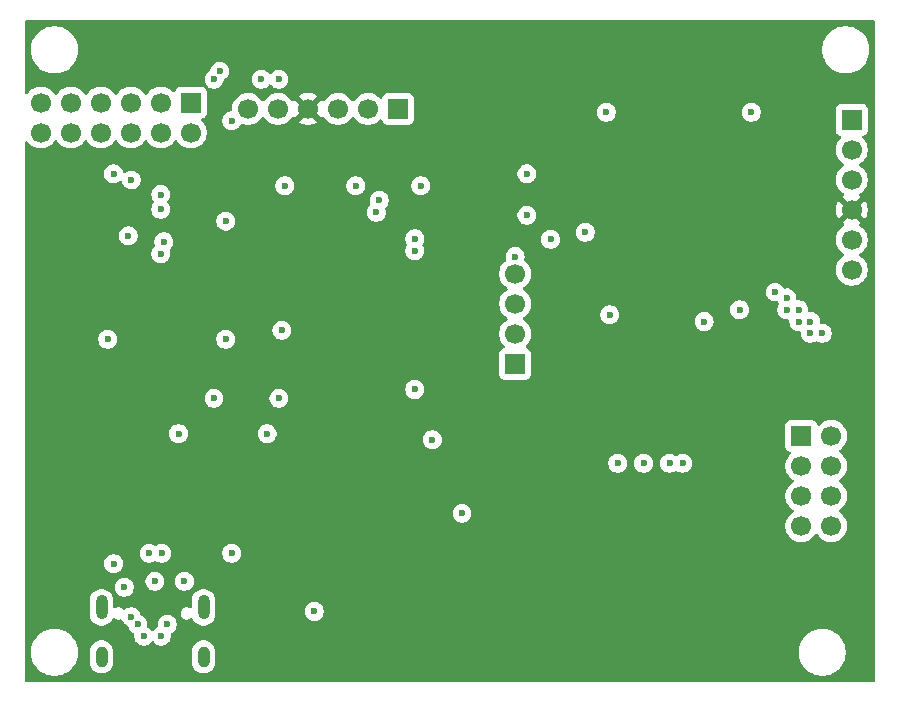
<source format=gbr>
%TF.GenerationSoftware,KiCad,Pcbnew,9.0.3*%
%TF.CreationDate,2025-07-12T13:39:52+12:00*%
%TF.ProjectId,RemiRAT,52656d69-5241-4542-9e6b-696361645f70,rev?*%
%TF.SameCoordinates,Original*%
%TF.FileFunction,Copper,L3,Inr*%
%TF.FilePolarity,Positive*%
%FSLAX46Y46*%
G04 Gerber Fmt 4.6, Leading zero omitted, Abs format (unit mm)*
G04 Created by KiCad (PCBNEW 9.0.3) date 2025-07-12 13:39:52*
%MOMM*%
%LPD*%
G01*
G04 APERTURE LIST*
%TA.AperFunction,HeatsinkPad*%
%ADD10O,1.000000X2.100000*%
%TD*%
%TA.AperFunction,HeatsinkPad*%
%ADD11O,1.000000X1.800000*%
%TD*%
%TA.AperFunction,ComponentPad*%
%ADD12R,1.700000X1.700000*%
%TD*%
%TA.AperFunction,ComponentPad*%
%ADD13C,1.700000*%
%TD*%
%TA.AperFunction,ViaPad*%
%ADD14C,0.600000*%
%TD*%
G04 APERTURE END LIST*
D10*
%TO.N,GND*%
%TO.C,J1*%
X123980000Y-114212500D03*
D11*
X123980000Y-118392500D03*
D10*
X132620000Y-114212500D03*
D11*
X132620000Y-118392500D03*
%TD*%
D12*
%TO.N,GND*%
%TO.C,J3*%
X187500000Y-72920000D03*
D13*
%TO.N,ESP32TXD0*%
X187500000Y-75460000D03*
%TO.N,ESP32RXD0*%
X187500000Y-78000000D03*
%TO.N,3.3V*%
X187500000Y-80540000D03*
%TO.N,EN*%
X187500000Y-83080000D03*
%TO.N,IO0*%
X187500000Y-85620000D03*
%TD*%
D12*
%TO.N,IO17*%
%TO.C,J9*%
X183225000Y-99690000D03*
D13*
%TO.N,IO5*%
X185765000Y-99690000D03*
%TO.N,IO16*%
X183225000Y-102230000D03*
%TO.N,IO18*%
X185765000Y-102230000D03*
%TO.N,IO4*%
X183225000Y-104770000D03*
%TO.N,IO19*%
X185765000Y-104770000D03*
%TO.N,IO2*%
X183225000Y-107310000D03*
%TO.N,IO21*%
X185765000Y-107310000D03*
%TD*%
D12*
%TO.N,SAM-SPI-NPCS1*%
%TO.C,J7*%
X159000000Y-93580000D03*
D13*
%TO.N,SAM-SPI-MISO*%
X159000000Y-91040000D03*
%TO.N,SAM-SPI-SCK*%
X159000000Y-88500000D03*
%TO.N,SAM-SPI-MOSI*%
X159000000Y-85960000D03*
%TD*%
D12*
%TO.N,GND*%
%TO.C,J8*%
X131540000Y-71460000D03*
D13*
%TO.N,A1/PWML5/PC22*%
X131540000Y-74000000D03*
%TO.N,3.3VOUT*%
X129000000Y-71460000D03*
%TO.N,A2/PWML6/PC23*%
X129000000Y-74000000D03*
%TO.N,D14/PC16*%
X126460000Y-71460000D03*
%TO.N,RXD1/PA12*%
X126460000Y-74000000D03*
%TO.N,D15/PC17*%
X123920000Y-71460000D03*
%TO.N,TDX1/PA13*%
X123920000Y-74000000D03*
%TO.N,CANTX0/PA0*%
X121380000Y-71460000D03*
%TO.N,TWCK0/PA18*%
X121380000Y-74000000D03*
%TO.N,CANRX0/PA1*%
X118840000Y-71460000D03*
%TO.N,TWD0/PA17*%
X118840000Y-74000000D03*
%TD*%
D12*
%TO.N,GND*%
%TO.C,J6*%
X149080000Y-72000000D03*
D13*
%TO.N,UTXD/PA9*%
X146540000Y-72000000D03*
%TO.N,URXD/PA8*%
X144000000Y-72000000D03*
%TO.N,3.3V*%
X141460000Y-72000000D03*
%TO.N,NRSTB*%
X138920000Y-72000000D03*
%TO.N,ERASE/PC0*%
X136380000Y-72000000D03*
%TD*%
D14*
%TO.N,GND*%
X128500000Y-112000000D03*
X160000000Y-77500000D03*
X160000000Y-81000000D03*
%TO.N,USBDP*%
X129550000Y-115637500D03*
X127550000Y-116637500D03*
%TO.N,USBDM*%
X129050000Y-116637500D03*
X127050000Y-115637500D03*
%TO.N,GND*%
X147500000Y-79750000D03*
X150500000Y-95750000D03*
X138000000Y-99500000D03*
X129000000Y-84250000D03*
%TO.N,VBUS*%
X135000000Y-109613500D03*
X128000000Y-109613500D03*
X130500000Y-99500000D03*
X125900000Y-112500000D03*
X142000000Y-114550000D03*
X129096900Y-109613500D03*
X131000000Y-112000000D03*
%TO.N,CC1*%
X125000000Y-110500000D03*
X126500000Y-115000000D03*
%TO.N,3.3V*%
X148300000Y-116500000D03*
X131000000Y-100500000D03*
X169500000Y-95900000D03*
X139500000Y-99500000D03*
X148300000Y-112700000D03*
X170975000Y-105000000D03*
X150000000Y-114650000D03*
X156500000Y-99000000D03*
X156500000Y-85000000D03*
X119550000Y-81050000D03*
X156500000Y-75500000D03*
X156500000Y-70975000D03*
X125000000Y-68500000D03*
%TO.N,VDDCORE*%
X139500000Y-78500000D03*
X139250000Y-90750000D03*
X129250000Y-83250000D03*
X133500000Y-96500000D03*
X139000000Y-96500000D03*
X147250000Y-80750000D03*
%TO.N,EN*%
X166720000Y-72280000D03*
%TO.N,IO22*%
X162000000Y-83041000D03*
X179000000Y-72280000D03*
X125000000Y-77500000D03*
%TO.N,IO21*%
X185000000Y-91000000D03*
%TO.N,IO19*%
X184000000Y-91000000D03*
%TO.N,IO18*%
X184000000Y-90000000D03*
%TO.N,IO5*%
X183000000Y-90000000D03*
%TO.N,IO17*%
X183000000Y-89000000D03*
%TO.N,IO16*%
X182000000Y-89000000D03*
%TO.N,IO4*%
X182000000Y-88000000D03*
%TO.N,IO0*%
X154500000Y-106230000D03*
X181000000Y-87500000D03*
%TO.N,IO2*%
X178000000Y-89000000D03*
%TO.N,IO26*%
X126500000Y-78019540D03*
X164940000Y-82440000D03*
%TO.N,TDI/IO12*%
X175000000Y-90000000D03*
X167000000Y-89425000D03*
%TO.N,SAM-SPI-MISO*%
X167675000Y-102000000D03*
%TO.N,SAM-SPI-MOSI*%
X172075000Y-102000000D03*
%TO.N,SAM-SPI-SCK*%
X169875000Y-102000000D03*
%TO.N,SAM-SPI-NPCS0*%
X159000000Y-84500000D03*
X173175000Y-102000000D03*
%TO.N,SAM-SPI-NPCS1*%
X151000000Y-78500000D03*
X145500000Y-78500000D03*
%TO.N,UTXD/PA9*%
X134999000Y-73000000D03*
X129000000Y-79250000D03*
%TO.N,URXD/PA8*%
X134500000Y-81500000D03*
%TO.N,NRSTB*%
X124500000Y-91500000D03*
X134500000Y-91500000D03*
X152000000Y-100000000D03*
%TO.N,TWCK0/PA18*%
X129000000Y-80500000D03*
%TO.N,TWD0/PA17*%
X126250000Y-82750000D03*
%TO.N,D15/PC17*%
X134000000Y-68798000D03*
X139000000Y-69500000D03*
X150500000Y-83000000D03*
%TO.N,D14/PC16*%
X137500000Y-69501000D03*
X133500000Y-69501000D03*
X150500000Y-84000000D03*
%TD*%
%TA.AperFunction,Conductor*%
%TO.N,3.3V*%
G36*
X189442539Y-64520185D02*
G01*
X189488294Y-64572989D01*
X189499500Y-64624500D01*
X189499500Y-120375500D01*
X189479815Y-120442539D01*
X189427011Y-120488294D01*
X189375500Y-120499500D01*
X117624500Y-120499500D01*
X117557461Y-120479815D01*
X117511706Y-120427011D01*
X117500500Y-120375500D01*
X117500500Y-117868872D01*
X117999500Y-117868872D01*
X117999500Y-118131127D01*
X118020436Y-118290140D01*
X118033730Y-118391116D01*
X118055178Y-118471161D01*
X118101602Y-118644418D01*
X118101605Y-118644428D01*
X118201953Y-118886690D01*
X118201958Y-118886700D01*
X118333075Y-119113803D01*
X118492718Y-119321851D01*
X118492726Y-119321860D01*
X118678140Y-119507274D01*
X118678148Y-119507281D01*
X118886196Y-119666924D01*
X119113299Y-119798041D01*
X119113309Y-119798046D01*
X119355571Y-119898394D01*
X119355581Y-119898398D01*
X119608884Y-119966270D01*
X119868880Y-120000500D01*
X119868887Y-120000500D01*
X120131113Y-120000500D01*
X120131120Y-120000500D01*
X120391116Y-119966270D01*
X120644419Y-119898398D01*
X120886697Y-119798043D01*
X121113803Y-119666924D01*
X121321851Y-119507282D01*
X121321855Y-119507277D01*
X121321860Y-119507274D01*
X121507274Y-119321860D01*
X121507277Y-119321855D01*
X121507282Y-119321851D01*
X121666924Y-119113803D01*
X121795534Y-118891043D01*
X122979499Y-118891043D01*
X123017947Y-119084329D01*
X123017950Y-119084339D01*
X123093364Y-119266407D01*
X123093371Y-119266420D01*
X123202860Y-119430281D01*
X123202863Y-119430285D01*
X123342214Y-119569636D01*
X123342218Y-119569639D01*
X123506079Y-119679128D01*
X123506092Y-119679135D01*
X123688160Y-119754549D01*
X123688165Y-119754551D01*
X123688169Y-119754551D01*
X123688170Y-119754552D01*
X123881456Y-119793000D01*
X123881459Y-119793000D01*
X124078543Y-119793000D01*
X124208582Y-119767132D01*
X124271835Y-119754551D01*
X124453914Y-119679132D01*
X124617782Y-119569639D01*
X124757139Y-119430282D01*
X124866632Y-119266414D01*
X124942051Y-119084335D01*
X124980500Y-118891043D01*
X131619499Y-118891043D01*
X131657947Y-119084329D01*
X131657950Y-119084339D01*
X131733364Y-119266407D01*
X131733371Y-119266420D01*
X131842860Y-119430281D01*
X131842863Y-119430285D01*
X131982214Y-119569636D01*
X131982218Y-119569639D01*
X132146079Y-119679128D01*
X132146092Y-119679135D01*
X132328160Y-119754549D01*
X132328165Y-119754551D01*
X132328169Y-119754551D01*
X132328170Y-119754552D01*
X132521456Y-119793000D01*
X132521459Y-119793000D01*
X132718543Y-119793000D01*
X132848582Y-119767132D01*
X132911835Y-119754551D01*
X133093914Y-119679132D01*
X133257782Y-119569639D01*
X133397139Y-119430282D01*
X133506632Y-119266414D01*
X133582051Y-119084335D01*
X133620500Y-118891041D01*
X133620500Y-117893959D01*
X133620500Y-117893956D01*
X133619516Y-117889009D01*
X133619516Y-117889008D01*
X133615511Y-117868872D01*
X182999500Y-117868872D01*
X182999500Y-118131127D01*
X183020436Y-118290140D01*
X183033730Y-118391116D01*
X183055178Y-118471161D01*
X183101602Y-118644418D01*
X183101605Y-118644428D01*
X183201953Y-118886690D01*
X183201958Y-118886700D01*
X183333075Y-119113803D01*
X183492718Y-119321851D01*
X183492726Y-119321860D01*
X183678140Y-119507274D01*
X183678148Y-119507281D01*
X183886196Y-119666924D01*
X184113299Y-119798041D01*
X184113309Y-119798046D01*
X184355571Y-119898394D01*
X184355581Y-119898398D01*
X184608884Y-119966270D01*
X184868880Y-120000500D01*
X184868887Y-120000500D01*
X185131113Y-120000500D01*
X185131120Y-120000500D01*
X185391116Y-119966270D01*
X185644419Y-119898398D01*
X185886697Y-119798043D01*
X186113803Y-119666924D01*
X186321851Y-119507282D01*
X186321855Y-119507277D01*
X186321860Y-119507274D01*
X186507274Y-119321860D01*
X186507277Y-119321855D01*
X186507282Y-119321851D01*
X186666924Y-119113803D01*
X186798043Y-118886697D01*
X186898398Y-118644419D01*
X186966270Y-118391116D01*
X187000500Y-118131120D01*
X187000500Y-117868880D01*
X186966270Y-117608884D01*
X186898398Y-117355581D01*
X186894798Y-117346890D01*
X186798046Y-117113309D01*
X186798041Y-117113299D01*
X186666924Y-116886196D01*
X186507281Y-116678148D01*
X186507274Y-116678140D01*
X186321860Y-116492726D01*
X186321851Y-116492718D01*
X186113803Y-116333075D01*
X185886700Y-116201958D01*
X185886690Y-116201953D01*
X185644428Y-116101605D01*
X185644421Y-116101603D01*
X185644419Y-116101602D01*
X185391116Y-116033730D01*
X185333339Y-116026123D01*
X185131127Y-115999500D01*
X185131120Y-115999500D01*
X184868880Y-115999500D01*
X184868872Y-115999500D01*
X184637772Y-116029926D01*
X184608884Y-116033730D01*
X184355581Y-116101602D01*
X184355571Y-116101605D01*
X184113309Y-116201953D01*
X184113299Y-116201958D01*
X183886196Y-116333075D01*
X183678148Y-116492718D01*
X183492718Y-116678148D01*
X183333075Y-116886196D01*
X183201958Y-117113299D01*
X183201953Y-117113309D01*
X183101605Y-117355571D01*
X183101602Y-117355581D01*
X183033730Y-117608885D01*
X182999500Y-117868872D01*
X133615511Y-117868872D01*
X133582052Y-117700670D01*
X133582051Y-117700669D01*
X133582051Y-117700665D01*
X133544035Y-117608885D01*
X133506635Y-117518592D01*
X133506628Y-117518579D01*
X133397139Y-117354718D01*
X133397136Y-117354714D01*
X133257785Y-117215363D01*
X133257781Y-117215360D01*
X133093920Y-117105871D01*
X133093907Y-117105864D01*
X132911839Y-117030450D01*
X132911829Y-117030447D01*
X132718543Y-116992000D01*
X132718541Y-116992000D01*
X132521459Y-116992000D01*
X132521457Y-116992000D01*
X132328170Y-117030447D01*
X132328160Y-117030450D01*
X132146092Y-117105864D01*
X132146079Y-117105871D01*
X131982218Y-117215360D01*
X131982214Y-117215363D01*
X131842863Y-117354714D01*
X131842860Y-117354718D01*
X131733371Y-117518579D01*
X131733364Y-117518592D01*
X131657950Y-117700660D01*
X131657947Y-117700670D01*
X131619500Y-117893956D01*
X131619500Y-117893959D01*
X131619500Y-118891041D01*
X131619500Y-118891043D01*
X131619499Y-118891043D01*
X124980500Y-118891043D01*
X124980500Y-118891041D01*
X124980500Y-117893959D01*
X124980500Y-117893956D01*
X124942052Y-117700670D01*
X124942051Y-117700669D01*
X124942051Y-117700665D01*
X124904035Y-117608885D01*
X124866635Y-117518592D01*
X124866628Y-117518579D01*
X124757139Y-117354718D01*
X124757136Y-117354714D01*
X124617785Y-117215363D01*
X124617781Y-117215360D01*
X124453920Y-117105871D01*
X124453907Y-117105864D01*
X124271839Y-117030450D01*
X124271829Y-117030447D01*
X124078543Y-116992000D01*
X124078541Y-116992000D01*
X123881459Y-116992000D01*
X123881457Y-116992000D01*
X123688170Y-117030447D01*
X123688160Y-117030450D01*
X123506092Y-117105864D01*
X123506079Y-117105871D01*
X123342218Y-117215360D01*
X123342214Y-117215363D01*
X123202863Y-117354714D01*
X123202860Y-117354718D01*
X123093371Y-117518579D01*
X123093364Y-117518592D01*
X123017950Y-117700660D01*
X123017947Y-117700670D01*
X122979500Y-117893956D01*
X122979500Y-117893959D01*
X122979500Y-118891041D01*
X122979500Y-118891043D01*
X122979499Y-118891043D01*
X121795534Y-118891043D01*
X121798043Y-118886697D01*
X121898398Y-118644419D01*
X121966270Y-118391116D01*
X122000500Y-118131120D01*
X122000500Y-117868880D01*
X121966270Y-117608884D01*
X121898398Y-117355581D01*
X121894798Y-117346890D01*
X121798046Y-117113309D01*
X121798041Y-117113299D01*
X121666924Y-116886196D01*
X121507281Y-116678148D01*
X121507274Y-116678140D01*
X121321860Y-116492726D01*
X121321851Y-116492718D01*
X121113803Y-116333075D01*
X120886700Y-116201958D01*
X120886690Y-116201953D01*
X120644428Y-116101605D01*
X120644421Y-116101603D01*
X120644419Y-116101602D01*
X120391116Y-116033730D01*
X120333339Y-116026123D01*
X120131127Y-115999500D01*
X120131120Y-115999500D01*
X119868880Y-115999500D01*
X119868872Y-115999500D01*
X119637772Y-116029926D01*
X119608884Y-116033730D01*
X119355581Y-116101602D01*
X119355571Y-116101605D01*
X119113309Y-116201953D01*
X119113299Y-116201958D01*
X118886196Y-116333075D01*
X118678148Y-116492718D01*
X118492718Y-116678148D01*
X118333075Y-116886196D01*
X118201958Y-117113299D01*
X118201953Y-117113309D01*
X118101605Y-117355571D01*
X118101602Y-117355581D01*
X118033730Y-117608885D01*
X117999500Y-117868872D01*
X117500500Y-117868872D01*
X117500500Y-114861043D01*
X122979499Y-114861043D01*
X123017947Y-115054329D01*
X123017950Y-115054339D01*
X123093364Y-115236407D01*
X123093371Y-115236420D01*
X123202860Y-115400281D01*
X123202863Y-115400285D01*
X123342214Y-115539636D01*
X123342218Y-115539639D01*
X123506079Y-115649128D01*
X123506092Y-115649135D01*
X123668349Y-115716343D01*
X123688165Y-115724551D01*
X123688169Y-115724551D01*
X123688170Y-115724552D01*
X123881456Y-115763000D01*
X123881459Y-115763000D01*
X124078543Y-115763000D01*
X124208582Y-115737132D01*
X124271835Y-115724551D01*
X124453914Y-115649132D01*
X124617782Y-115539639D01*
X124757139Y-115400282D01*
X124866632Y-115236414D01*
X124893029Y-115172683D01*
X124936869Y-115118282D01*
X125003163Y-115096216D01*
X125070862Y-115113494D01*
X125084147Y-115123814D01*
X125084574Y-115123258D01*
X125091016Y-115128201D01*
X125091019Y-115128204D01*
X125091022Y-115128205D01*
X125091025Y-115128208D01*
X125209473Y-115196593D01*
X125209480Y-115196597D01*
X125341606Y-115232000D01*
X125341608Y-115232000D01*
X125478391Y-115232000D01*
X125478394Y-115232000D01*
X125599506Y-115199548D01*
X125669352Y-115201211D01*
X125727215Y-115240373D01*
X125746157Y-115271870D01*
X125790604Y-115379176D01*
X125790609Y-115379185D01*
X125878210Y-115510288D01*
X125878213Y-115510292D01*
X125989707Y-115621786D01*
X125989711Y-115621789D01*
X126120814Y-115709390D01*
X126120827Y-115709397D01*
X126198312Y-115741492D01*
X126252716Y-115785333D01*
X126272477Y-115831860D01*
X126280261Y-115870992D01*
X126280263Y-115870999D01*
X126340602Y-116016672D01*
X126340609Y-116016685D01*
X126428210Y-116147788D01*
X126428213Y-116147792D01*
X126539707Y-116259286D01*
X126539711Y-116259289D01*
X126670817Y-116346892D01*
X126670819Y-116346893D01*
X126670821Y-116346894D01*
X126688402Y-116354176D01*
X126688409Y-116354179D01*
X126742812Y-116398020D01*
X126764877Y-116464314D01*
X126762573Y-116492931D01*
X126749500Y-116558653D01*
X126749500Y-116716346D01*
X126780261Y-116870989D01*
X126780264Y-116871001D01*
X126840602Y-117016672D01*
X126840609Y-117016685D01*
X126928210Y-117147788D01*
X126928213Y-117147792D01*
X127039707Y-117259286D01*
X127039711Y-117259289D01*
X127170814Y-117346890D01*
X127170827Y-117346897D01*
X127316498Y-117407235D01*
X127316503Y-117407237D01*
X127471153Y-117437999D01*
X127471156Y-117438000D01*
X127471158Y-117438000D01*
X127628844Y-117438000D01*
X127628845Y-117437999D01*
X127783497Y-117407237D01*
X127929179Y-117346894D01*
X128060289Y-117259289D01*
X128171789Y-117147789D01*
X128179145Y-117136779D01*
X128196898Y-117110212D01*
X128250510Y-117065406D01*
X128319835Y-117056699D01*
X128382862Y-117086853D01*
X128403102Y-117110212D01*
X128428207Y-117147784D01*
X128428213Y-117147792D01*
X128539707Y-117259286D01*
X128539711Y-117259289D01*
X128670814Y-117346890D01*
X128670827Y-117346897D01*
X128816498Y-117407235D01*
X128816503Y-117407237D01*
X128971153Y-117437999D01*
X128971156Y-117438000D01*
X128971158Y-117438000D01*
X129128844Y-117438000D01*
X129128845Y-117437999D01*
X129283497Y-117407237D01*
X129429179Y-117346894D01*
X129560289Y-117259289D01*
X129671789Y-117147789D01*
X129759394Y-117016679D01*
X129819737Y-116870997D01*
X129850500Y-116716342D01*
X129850500Y-116558658D01*
X129850500Y-116558655D01*
X129837426Y-116492931D01*
X129843653Y-116423340D01*
X129886515Y-116368162D01*
X129911589Y-116354179D01*
X129929179Y-116346894D01*
X130060289Y-116259289D01*
X130171789Y-116147789D01*
X130259394Y-116016679D01*
X130319737Y-115870997D01*
X130350500Y-115716342D01*
X130350500Y-115558658D01*
X130350500Y-115558655D01*
X130350499Y-115558653D01*
X130340879Y-115510289D01*
X130319737Y-115404003D01*
X130309455Y-115379179D01*
X130259397Y-115258327D01*
X130259390Y-115258314D01*
X130171789Y-115127211D01*
X130171786Y-115127207D01*
X130060292Y-115015713D01*
X130060288Y-115015710D01*
X129929185Y-114928109D01*
X129929172Y-114928102D01*
X129783501Y-114867764D01*
X129783489Y-114867761D01*
X129628845Y-114837000D01*
X129628842Y-114837000D01*
X129471158Y-114837000D01*
X129471155Y-114837000D01*
X129316510Y-114867761D01*
X129316498Y-114867764D01*
X129170827Y-114928102D01*
X129170814Y-114928109D01*
X129039711Y-115015710D01*
X129039707Y-115015713D01*
X128928213Y-115127207D01*
X128928210Y-115127211D01*
X128840609Y-115258314D01*
X128840602Y-115258327D01*
X128780264Y-115403998D01*
X128780261Y-115404010D01*
X128749500Y-115558653D01*
X128749500Y-115716346D01*
X128762573Y-115782068D01*
X128756346Y-115851659D01*
X128713483Y-115906837D01*
X128688411Y-115920819D01*
X128670826Y-115928103D01*
X128670814Y-115928109D01*
X128539711Y-116015710D01*
X128539707Y-116015713D01*
X128428213Y-116127207D01*
X128403102Y-116164789D01*
X128349489Y-116209593D01*
X128280164Y-116218300D01*
X128217137Y-116188145D01*
X128196898Y-116164789D01*
X128171786Y-116127207D01*
X128060292Y-116015713D01*
X128060288Y-116015710D01*
X127929185Y-115928109D01*
X127929179Y-115928106D01*
X127911589Y-115920820D01*
X127857186Y-115876978D01*
X127835122Y-115810684D01*
X127837426Y-115782068D01*
X127850500Y-115716342D01*
X127850500Y-115558658D01*
X127850500Y-115558655D01*
X127850499Y-115558653D01*
X127840879Y-115510289D01*
X127819737Y-115404003D01*
X127809455Y-115379179D01*
X127759397Y-115258327D01*
X127759390Y-115258314D01*
X127671789Y-115127211D01*
X127671786Y-115127207D01*
X127560292Y-115015713D01*
X127560288Y-115015710D01*
X127429185Y-114928109D01*
X127429179Y-114928106D01*
X127351684Y-114896006D01*
X127324664Y-114874232D01*
X127297647Y-114852688D01*
X127297497Y-114852338D01*
X127297281Y-114852164D01*
X127281687Y-114821209D01*
X127279097Y-114813560D01*
X127269737Y-114766503D01*
X127219039Y-114644106D01*
X130670500Y-114644106D01*
X130670500Y-114780894D01*
X130693777Y-114867763D01*
X130705903Y-114913019D01*
X130705906Y-114913026D01*
X130774291Y-115031474D01*
X130774295Y-115031479D01*
X130774296Y-115031481D01*
X130871019Y-115128204D01*
X130871021Y-115128205D01*
X130871025Y-115128208D01*
X130989473Y-115196593D01*
X130989480Y-115196597D01*
X131121606Y-115232000D01*
X131121608Y-115232000D01*
X131258392Y-115232000D01*
X131258394Y-115232000D01*
X131390520Y-115196597D01*
X131508981Y-115128204D01*
X131508986Y-115128198D01*
X131515426Y-115123258D01*
X131517245Y-115125628D01*
X131566010Y-115098980D01*
X131635704Y-115103941D01*
X131691651Y-115145793D01*
X131706970Y-115172684D01*
X131733366Y-115236411D01*
X131733371Y-115236420D01*
X131842860Y-115400281D01*
X131842863Y-115400285D01*
X131982214Y-115539636D01*
X131982218Y-115539639D01*
X132146079Y-115649128D01*
X132146092Y-115649135D01*
X132308349Y-115716343D01*
X132328165Y-115724551D01*
X132328169Y-115724551D01*
X132328170Y-115724552D01*
X132521456Y-115763000D01*
X132521459Y-115763000D01*
X132718543Y-115763000D01*
X132848582Y-115737132D01*
X132911835Y-115724551D01*
X133093914Y-115649132D01*
X133257782Y-115539639D01*
X133397139Y-115400282D01*
X133506632Y-115236414D01*
X133582051Y-115054335D01*
X133606945Y-114929185D01*
X133620500Y-114861043D01*
X133620500Y-114471153D01*
X141199500Y-114471153D01*
X141199500Y-114628846D01*
X141230261Y-114783489D01*
X141230264Y-114783501D01*
X141290602Y-114929172D01*
X141290609Y-114929185D01*
X141378210Y-115060288D01*
X141378213Y-115060292D01*
X141489707Y-115171786D01*
X141489711Y-115171789D01*
X141620814Y-115259390D01*
X141620827Y-115259397D01*
X141766498Y-115319735D01*
X141766503Y-115319737D01*
X141921153Y-115350499D01*
X141921156Y-115350500D01*
X141921158Y-115350500D01*
X142078844Y-115350500D01*
X142078845Y-115350499D01*
X142233497Y-115319737D01*
X142379179Y-115259394D01*
X142510289Y-115171789D01*
X142621789Y-115060289D01*
X142709394Y-114929179D01*
X142709839Y-114928106D01*
X142741294Y-114852164D01*
X142769737Y-114783497D01*
X142800500Y-114628842D01*
X142800500Y-114471158D01*
X142800500Y-114471155D01*
X142800499Y-114471153D01*
X142769737Y-114316503D01*
X142761572Y-114296791D01*
X142709397Y-114170827D01*
X142709390Y-114170814D01*
X142621789Y-114039711D01*
X142621786Y-114039707D01*
X142510292Y-113928213D01*
X142510288Y-113928210D01*
X142379185Y-113840609D01*
X142379172Y-113840602D01*
X142233501Y-113780264D01*
X142233489Y-113780261D01*
X142078845Y-113749500D01*
X142078842Y-113749500D01*
X141921158Y-113749500D01*
X141921155Y-113749500D01*
X141766510Y-113780261D01*
X141766498Y-113780264D01*
X141620827Y-113840602D01*
X141620814Y-113840609D01*
X141489711Y-113928210D01*
X141489707Y-113928213D01*
X141378213Y-114039707D01*
X141378210Y-114039711D01*
X141290609Y-114170814D01*
X141290602Y-114170827D01*
X141230264Y-114316498D01*
X141230261Y-114316510D01*
X141199500Y-114471153D01*
X133620500Y-114471153D01*
X133620500Y-113563956D01*
X133582052Y-113370670D01*
X133582051Y-113370669D01*
X133582051Y-113370665D01*
X133540245Y-113269735D01*
X133506635Y-113188592D01*
X133506628Y-113188579D01*
X133397139Y-113024718D01*
X133397136Y-113024714D01*
X133257785Y-112885363D01*
X133257781Y-112885360D01*
X133093920Y-112775871D01*
X133093907Y-112775864D01*
X132911839Y-112700450D01*
X132911829Y-112700447D01*
X132718543Y-112662000D01*
X132718541Y-112662000D01*
X132521459Y-112662000D01*
X132521457Y-112662000D01*
X132328170Y-112700447D01*
X132328160Y-112700450D01*
X132146092Y-112775864D01*
X132146079Y-112775871D01*
X131982218Y-112885360D01*
X131982214Y-112885363D01*
X131842863Y-113024714D01*
X131842860Y-113024718D01*
X131733371Y-113188579D01*
X131733364Y-113188592D01*
X131657950Y-113370660D01*
X131657947Y-113370670D01*
X131619500Y-113563956D01*
X131619500Y-114145830D01*
X131599815Y-114212869D01*
X131547011Y-114258624D01*
X131477853Y-114268568D01*
X131433501Y-114253218D01*
X131390520Y-114228403D01*
X131282652Y-114199500D01*
X131258394Y-114193000D01*
X131121606Y-114193000D01*
X130989480Y-114228403D01*
X130989473Y-114228406D01*
X130871025Y-114296791D01*
X130871017Y-114296797D01*
X130774297Y-114393517D01*
X130774291Y-114393525D01*
X130705906Y-114511973D01*
X130705904Y-114511977D01*
X130705903Y-114511980D01*
X130670500Y-114644106D01*
X127219039Y-114644106D01*
X127212718Y-114628846D01*
X127209397Y-114620827D01*
X127209390Y-114620814D01*
X127121789Y-114489711D01*
X127121786Y-114489707D01*
X127010292Y-114378213D01*
X127010288Y-114378210D01*
X126879185Y-114290609D01*
X126879172Y-114290602D01*
X126733501Y-114230264D01*
X126733489Y-114230261D01*
X126578845Y-114199500D01*
X126578842Y-114199500D01*
X126421158Y-114199500D01*
X126421155Y-114199500D01*
X126266510Y-114230261D01*
X126266498Y-114230264D01*
X126120827Y-114290602D01*
X126120814Y-114290609D01*
X125989714Y-114378208D01*
X125989706Y-114378215D01*
X125987727Y-114380194D01*
X125986437Y-114380898D01*
X125985007Y-114382072D01*
X125984784Y-114381800D01*
X125926401Y-114413674D01*
X125856710Y-114408684D01*
X125812372Y-114380187D01*
X125728982Y-114296797D01*
X125728974Y-114296791D01*
X125610526Y-114228406D01*
X125610522Y-114228404D01*
X125610520Y-114228403D01*
X125478394Y-114193000D01*
X125341606Y-114193000D01*
X125209480Y-114228403D01*
X125209479Y-114228403D01*
X125166499Y-114253218D01*
X125098599Y-114269690D01*
X125032572Y-114246837D01*
X124989382Y-114191915D01*
X124980500Y-114145830D01*
X124980500Y-113563956D01*
X124942052Y-113370670D01*
X124942051Y-113370669D01*
X124942051Y-113370665D01*
X124900245Y-113269735D01*
X124866635Y-113188592D01*
X124866628Y-113188579D01*
X124757139Y-113024718D01*
X124757136Y-113024714D01*
X124617785Y-112885363D01*
X124617781Y-112885360D01*
X124453920Y-112775871D01*
X124453907Y-112775864D01*
X124271839Y-112700450D01*
X124271829Y-112700447D01*
X124078543Y-112662000D01*
X124078541Y-112662000D01*
X123881459Y-112662000D01*
X123881457Y-112662000D01*
X123688170Y-112700447D01*
X123688160Y-112700450D01*
X123506092Y-112775864D01*
X123506079Y-112775871D01*
X123342218Y-112885360D01*
X123342214Y-112885363D01*
X123202863Y-113024714D01*
X123202860Y-113024718D01*
X123093371Y-113188579D01*
X123093364Y-113188592D01*
X123017950Y-113370660D01*
X123017947Y-113370670D01*
X122979500Y-113563956D01*
X122979500Y-113563959D01*
X122979500Y-114861041D01*
X122979500Y-114861043D01*
X122979499Y-114861043D01*
X117500500Y-114861043D01*
X117500500Y-112421153D01*
X125099500Y-112421153D01*
X125099500Y-112578846D01*
X125130261Y-112733489D01*
X125130264Y-112733501D01*
X125190602Y-112879172D01*
X125190609Y-112879185D01*
X125278210Y-113010288D01*
X125278213Y-113010292D01*
X125389707Y-113121786D01*
X125389711Y-113121789D01*
X125520814Y-113209390D01*
X125520827Y-113209397D01*
X125666498Y-113269735D01*
X125666503Y-113269737D01*
X125821153Y-113300499D01*
X125821156Y-113300500D01*
X125821158Y-113300500D01*
X125978844Y-113300500D01*
X125978845Y-113300499D01*
X126133497Y-113269737D01*
X126279179Y-113209394D01*
X126410289Y-113121789D01*
X126521789Y-113010289D01*
X126609394Y-112879179D01*
X126669737Y-112733497D01*
X126700500Y-112578842D01*
X126700500Y-112421158D01*
X126700500Y-112421155D01*
X126700499Y-112421153D01*
X126669738Y-112266510D01*
X126669737Y-112266503D01*
X126656062Y-112233489D01*
X126609397Y-112120827D01*
X126609390Y-112120814D01*
X126521790Y-111989712D01*
X126521784Y-111989705D01*
X126453232Y-111921153D01*
X127699500Y-111921153D01*
X127699500Y-112078846D01*
X127730261Y-112233489D01*
X127730264Y-112233501D01*
X127790602Y-112379172D01*
X127790609Y-112379185D01*
X127878210Y-112510288D01*
X127878213Y-112510292D01*
X127989707Y-112621786D01*
X127989711Y-112621789D01*
X128120814Y-112709390D01*
X128120827Y-112709397D01*
X128266498Y-112769735D01*
X128266503Y-112769737D01*
X128421153Y-112800499D01*
X128421156Y-112800500D01*
X128421158Y-112800500D01*
X128578844Y-112800500D01*
X128578845Y-112800499D01*
X128733497Y-112769737D01*
X128879179Y-112709394D01*
X129010289Y-112621789D01*
X129121789Y-112510289D01*
X129209394Y-112379179D01*
X129269737Y-112233497D01*
X129300500Y-112078842D01*
X129300500Y-111921158D01*
X129300500Y-111921155D01*
X129300499Y-111921153D01*
X130199500Y-111921153D01*
X130199500Y-112078846D01*
X130230261Y-112233489D01*
X130230264Y-112233501D01*
X130290602Y-112379172D01*
X130290609Y-112379185D01*
X130378210Y-112510288D01*
X130378213Y-112510292D01*
X130489707Y-112621786D01*
X130489711Y-112621789D01*
X130620814Y-112709390D01*
X130620827Y-112709397D01*
X130766498Y-112769735D01*
X130766503Y-112769737D01*
X130921153Y-112800499D01*
X130921156Y-112800500D01*
X130921158Y-112800500D01*
X131078844Y-112800500D01*
X131078845Y-112800499D01*
X131233497Y-112769737D01*
X131379179Y-112709394D01*
X131510289Y-112621789D01*
X131621789Y-112510289D01*
X131709394Y-112379179D01*
X131769737Y-112233497D01*
X131800500Y-112078842D01*
X131800500Y-111921158D01*
X131800500Y-111921155D01*
X131800499Y-111921153D01*
X131774531Y-111790606D01*
X131769737Y-111766503D01*
X131769735Y-111766498D01*
X131709397Y-111620827D01*
X131709390Y-111620814D01*
X131621789Y-111489711D01*
X131621786Y-111489707D01*
X131510292Y-111378213D01*
X131510288Y-111378210D01*
X131379185Y-111290609D01*
X131379172Y-111290602D01*
X131233501Y-111230264D01*
X131233489Y-111230261D01*
X131078845Y-111199500D01*
X131078842Y-111199500D01*
X130921158Y-111199500D01*
X130921155Y-111199500D01*
X130766510Y-111230261D01*
X130766498Y-111230264D01*
X130620827Y-111290602D01*
X130620814Y-111290609D01*
X130489711Y-111378210D01*
X130489707Y-111378213D01*
X130378213Y-111489707D01*
X130378210Y-111489711D01*
X130290609Y-111620814D01*
X130290602Y-111620827D01*
X130230264Y-111766498D01*
X130230261Y-111766510D01*
X130199500Y-111921153D01*
X129300499Y-111921153D01*
X129274531Y-111790606D01*
X129269737Y-111766503D01*
X129269735Y-111766498D01*
X129209397Y-111620827D01*
X129209390Y-111620814D01*
X129121789Y-111489711D01*
X129121786Y-111489707D01*
X129010292Y-111378213D01*
X129010288Y-111378210D01*
X128879185Y-111290609D01*
X128879172Y-111290602D01*
X128733501Y-111230264D01*
X128733489Y-111230261D01*
X128578845Y-111199500D01*
X128578842Y-111199500D01*
X128421158Y-111199500D01*
X128421155Y-111199500D01*
X128266510Y-111230261D01*
X128266498Y-111230264D01*
X128120827Y-111290602D01*
X128120814Y-111290609D01*
X127989711Y-111378210D01*
X127989707Y-111378213D01*
X127878213Y-111489707D01*
X127878210Y-111489711D01*
X127790609Y-111620814D01*
X127790602Y-111620827D01*
X127730264Y-111766498D01*
X127730261Y-111766510D01*
X127699500Y-111921153D01*
X126453232Y-111921153D01*
X126410292Y-111878213D01*
X126410288Y-111878210D01*
X126279185Y-111790609D01*
X126279172Y-111790602D01*
X126133501Y-111730264D01*
X126133489Y-111730261D01*
X125978845Y-111699500D01*
X125978842Y-111699500D01*
X125821158Y-111699500D01*
X125821155Y-111699500D01*
X125666510Y-111730261D01*
X125666498Y-111730264D01*
X125520827Y-111790602D01*
X125520814Y-111790609D01*
X125389711Y-111878210D01*
X125389707Y-111878213D01*
X125278213Y-111989707D01*
X125278210Y-111989711D01*
X125190609Y-112120814D01*
X125190602Y-112120827D01*
X125130264Y-112266498D01*
X125130261Y-112266510D01*
X125099500Y-112421153D01*
X117500500Y-112421153D01*
X117500500Y-110421153D01*
X124199500Y-110421153D01*
X124199500Y-110578846D01*
X124230261Y-110733489D01*
X124230264Y-110733501D01*
X124290602Y-110879172D01*
X124290609Y-110879185D01*
X124378210Y-111010288D01*
X124378213Y-111010292D01*
X124489707Y-111121786D01*
X124489711Y-111121789D01*
X124620814Y-111209390D01*
X124620827Y-111209397D01*
X124766498Y-111269735D01*
X124766503Y-111269737D01*
X124921153Y-111300499D01*
X124921156Y-111300500D01*
X124921158Y-111300500D01*
X125078844Y-111300500D01*
X125078845Y-111300499D01*
X125233497Y-111269737D01*
X125379179Y-111209394D01*
X125510289Y-111121789D01*
X125621789Y-111010289D01*
X125709394Y-110879179D01*
X125769737Y-110733497D01*
X125800500Y-110578842D01*
X125800500Y-110421158D01*
X125800500Y-110421155D01*
X125800499Y-110421153D01*
X125792957Y-110383237D01*
X125769737Y-110266503D01*
X125710625Y-110123792D01*
X125709397Y-110120827D01*
X125709390Y-110120814D01*
X125621789Y-109989711D01*
X125621786Y-109989707D01*
X125510292Y-109878213D01*
X125510288Y-109878210D01*
X125379185Y-109790609D01*
X125379172Y-109790602D01*
X125233501Y-109730264D01*
X125233489Y-109730261D01*
X125078845Y-109699500D01*
X125078842Y-109699500D01*
X124921158Y-109699500D01*
X124921155Y-109699500D01*
X124766510Y-109730261D01*
X124766498Y-109730264D01*
X124620827Y-109790602D01*
X124620814Y-109790609D01*
X124489711Y-109878210D01*
X124489707Y-109878213D01*
X124378213Y-109989707D01*
X124378210Y-109989711D01*
X124290609Y-110120814D01*
X124290602Y-110120827D01*
X124230264Y-110266498D01*
X124230261Y-110266510D01*
X124199500Y-110421153D01*
X117500500Y-110421153D01*
X117500500Y-109534653D01*
X127199500Y-109534653D01*
X127199500Y-109692346D01*
X127230261Y-109846989D01*
X127230264Y-109847001D01*
X127290602Y-109992672D01*
X127290609Y-109992685D01*
X127378210Y-110123788D01*
X127378213Y-110123792D01*
X127489707Y-110235286D01*
X127489711Y-110235289D01*
X127620814Y-110322890D01*
X127620827Y-110322897D01*
X127766498Y-110383235D01*
X127766503Y-110383237D01*
X127921153Y-110413999D01*
X127921156Y-110414000D01*
X127921158Y-110414000D01*
X128078844Y-110414000D01*
X128078845Y-110413999D01*
X128233497Y-110383237D01*
X128379179Y-110322894D01*
X128479559Y-110255821D01*
X128546236Y-110234944D01*
X128613616Y-110253428D01*
X128617335Y-110255818D01*
X128717721Y-110322894D01*
X128717723Y-110322895D01*
X128717727Y-110322897D01*
X128863398Y-110383235D01*
X128863403Y-110383237D01*
X129018053Y-110413999D01*
X129018056Y-110414000D01*
X129018058Y-110414000D01*
X129175744Y-110414000D01*
X129175745Y-110413999D01*
X129330397Y-110383237D01*
X129476079Y-110322894D01*
X129607189Y-110235289D01*
X129718689Y-110123789D01*
X129806294Y-109992679D01*
X129866637Y-109846997D01*
X129897400Y-109692342D01*
X129897400Y-109534658D01*
X129897400Y-109534655D01*
X129897399Y-109534653D01*
X134199500Y-109534653D01*
X134199500Y-109692346D01*
X134230261Y-109846989D01*
X134230264Y-109847001D01*
X134290602Y-109992672D01*
X134290609Y-109992685D01*
X134378210Y-110123788D01*
X134378213Y-110123792D01*
X134489707Y-110235286D01*
X134489711Y-110235289D01*
X134620814Y-110322890D01*
X134620827Y-110322897D01*
X134766498Y-110383235D01*
X134766503Y-110383237D01*
X134921153Y-110413999D01*
X134921156Y-110414000D01*
X134921158Y-110414000D01*
X135078844Y-110414000D01*
X135078845Y-110413999D01*
X135233497Y-110383237D01*
X135379179Y-110322894D01*
X135510289Y-110235289D01*
X135621789Y-110123789D01*
X135709394Y-109992679D01*
X135769737Y-109846997D01*
X135800500Y-109692342D01*
X135800500Y-109534658D01*
X135800500Y-109534655D01*
X135800499Y-109534653D01*
X135769738Y-109380010D01*
X135769737Y-109380003D01*
X135769735Y-109379998D01*
X135709397Y-109234327D01*
X135709390Y-109234314D01*
X135621789Y-109103211D01*
X135621786Y-109103207D01*
X135510292Y-108991713D01*
X135510288Y-108991710D01*
X135379185Y-108904109D01*
X135379172Y-108904102D01*
X135233501Y-108843764D01*
X135233489Y-108843761D01*
X135078845Y-108813000D01*
X135078842Y-108813000D01*
X134921158Y-108813000D01*
X134921155Y-108813000D01*
X134766510Y-108843761D01*
X134766498Y-108843764D01*
X134620827Y-108904102D01*
X134620814Y-108904109D01*
X134489711Y-108991710D01*
X134489707Y-108991713D01*
X134378213Y-109103207D01*
X134378210Y-109103211D01*
X134290609Y-109234314D01*
X134290602Y-109234327D01*
X134230264Y-109379998D01*
X134230261Y-109380010D01*
X134199500Y-109534653D01*
X129897399Y-109534653D01*
X129866638Y-109380010D01*
X129866637Y-109380003D01*
X129866635Y-109379998D01*
X129806297Y-109234327D01*
X129806290Y-109234314D01*
X129718689Y-109103211D01*
X129718686Y-109103207D01*
X129607192Y-108991713D01*
X129607188Y-108991710D01*
X129476085Y-108904109D01*
X129476072Y-108904102D01*
X129330401Y-108843764D01*
X129330389Y-108843761D01*
X129175745Y-108813000D01*
X129175742Y-108813000D01*
X129018058Y-108813000D01*
X129018055Y-108813000D01*
X128863410Y-108843761D01*
X128863398Y-108843764D01*
X128717727Y-108904102D01*
X128717714Y-108904109D01*
X128617341Y-108971177D01*
X128550663Y-108992055D01*
X128483283Y-108973570D01*
X128479559Y-108971177D01*
X128379185Y-108904109D01*
X128379172Y-108904102D01*
X128233501Y-108843764D01*
X128233489Y-108843761D01*
X128078845Y-108813000D01*
X128078842Y-108813000D01*
X127921158Y-108813000D01*
X127921155Y-108813000D01*
X127766510Y-108843761D01*
X127766498Y-108843764D01*
X127620827Y-108904102D01*
X127620814Y-108904109D01*
X127489711Y-108991710D01*
X127489707Y-108991713D01*
X127378213Y-109103207D01*
X127378210Y-109103211D01*
X127290609Y-109234314D01*
X127290602Y-109234327D01*
X127230264Y-109379998D01*
X127230261Y-109380010D01*
X127199500Y-109534653D01*
X117500500Y-109534653D01*
X117500500Y-106151153D01*
X153699500Y-106151153D01*
X153699500Y-106308846D01*
X153730261Y-106463489D01*
X153730264Y-106463501D01*
X153790602Y-106609172D01*
X153790609Y-106609185D01*
X153878210Y-106740288D01*
X153878213Y-106740292D01*
X153989707Y-106851786D01*
X153989711Y-106851789D01*
X154120814Y-106939390D01*
X154120827Y-106939397D01*
X154252066Y-106993757D01*
X154266503Y-106999737D01*
X154421153Y-107030499D01*
X154421156Y-107030500D01*
X154421158Y-107030500D01*
X154578844Y-107030500D01*
X154578845Y-107030499D01*
X154733497Y-106999737D01*
X154879179Y-106939394D01*
X155010289Y-106851789D01*
X155121789Y-106740289D01*
X155209394Y-106609179D01*
X155212294Y-106602179D01*
X155269735Y-106463501D01*
X155269737Y-106463497D01*
X155300500Y-106308842D01*
X155300500Y-106151158D01*
X155300500Y-106151155D01*
X155300499Y-106151153D01*
X155290824Y-106102512D01*
X155269737Y-105996503D01*
X155258161Y-105968556D01*
X155209397Y-105850827D01*
X155209390Y-105850814D01*
X155121789Y-105719711D01*
X155121786Y-105719707D01*
X155010292Y-105608213D01*
X155010288Y-105608210D01*
X154879185Y-105520609D01*
X154879172Y-105520602D01*
X154733501Y-105460264D01*
X154733489Y-105460261D01*
X154578845Y-105429500D01*
X154578842Y-105429500D01*
X154421158Y-105429500D01*
X154421155Y-105429500D01*
X154266510Y-105460261D01*
X154266498Y-105460264D01*
X154120827Y-105520602D01*
X154120814Y-105520609D01*
X153989711Y-105608210D01*
X153989707Y-105608213D01*
X153878213Y-105719707D01*
X153878210Y-105719711D01*
X153790609Y-105850814D01*
X153790602Y-105850827D01*
X153730264Y-105996498D01*
X153730261Y-105996510D01*
X153699500Y-106151153D01*
X117500500Y-106151153D01*
X117500500Y-101921153D01*
X166874500Y-101921153D01*
X166874500Y-102078846D01*
X166905261Y-102233489D01*
X166905264Y-102233501D01*
X166965602Y-102379172D01*
X166965609Y-102379185D01*
X167053210Y-102510288D01*
X167053213Y-102510292D01*
X167164707Y-102621786D01*
X167164711Y-102621789D01*
X167295814Y-102709390D01*
X167295827Y-102709397D01*
X167390024Y-102748414D01*
X167441503Y-102769737D01*
X167596153Y-102800499D01*
X167596156Y-102800500D01*
X167596158Y-102800500D01*
X167753844Y-102800500D01*
X167753845Y-102800499D01*
X167908497Y-102769737D01*
X168054179Y-102709394D01*
X168185289Y-102621789D01*
X168296789Y-102510289D01*
X168384394Y-102379179D01*
X168444737Y-102233497D01*
X168475500Y-102078842D01*
X168475500Y-101921158D01*
X168475500Y-101921155D01*
X168475499Y-101921153D01*
X169074500Y-101921153D01*
X169074500Y-102078846D01*
X169105261Y-102233489D01*
X169105264Y-102233501D01*
X169165602Y-102379172D01*
X169165609Y-102379185D01*
X169253210Y-102510288D01*
X169253213Y-102510292D01*
X169364707Y-102621786D01*
X169364711Y-102621789D01*
X169495814Y-102709390D01*
X169495827Y-102709397D01*
X169590024Y-102748414D01*
X169641503Y-102769737D01*
X169796153Y-102800499D01*
X169796156Y-102800500D01*
X169796158Y-102800500D01*
X169953844Y-102800500D01*
X169953845Y-102800499D01*
X170108497Y-102769737D01*
X170254179Y-102709394D01*
X170385289Y-102621789D01*
X170496789Y-102510289D01*
X170584394Y-102379179D01*
X170644737Y-102233497D01*
X170675500Y-102078842D01*
X170675500Y-101921158D01*
X170675500Y-101921155D01*
X170675499Y-101921153D01*
X171274500Y-101921153D01*
X171274500Y-102078846D01*
X171305261Y-102233489D01*
X171305264Y-102233501D01*
X171365602Y-102379172D01*
X171365609Y-102379185D01*
X171453210Y-102510288D01*
X171453213Y-102510292D01*
X171564707Y-102621786D01*
X171564711Y-102621789D01*
X171695814Y-102709390D01*
X171695827Y-102709397D01*
X171790024Y-102748414D01*
X171841503Y-102769737D01*
X171996153Y-102800499D01*
X171996156Y-102800500D01*
X171996158Y-102800500D01*
X172153844Y-102800500D01*
X172153845Y-102800499D01*
X172308497Y-102769737D01*
X172454179Y-102709394D01*
X172556111Y-102641284D01*
X172622786Y-102620408D01*
X172690166Y-102638892D01*
X172693847Y-102641257D01*
X172795821Y-102709394D01*
X172795823Y-102709395D01*
X172795827Y-102709397D01*
X172890024Y-102748414D01*
X172941503Y-102769737D01*
X173096153Y-102800499D01*
X173096156Y-102800500D01*
X173096158Y-102800500D01*
X173253844Y-102800500D01*
X173253845Y-102800499D01*
X173408497Y-102769737D01*
X173554179Y-102709394D01*
X173685289Y-102621789D01*
X173796789Y-102510289D01*
X173884394Y-102379179D01*
X173944737Y-102233497D01*
X173975500Y-102078842D01*
X173975500Y-101921158D01*
X173975500Y-101921155D01*
X173975499Y-101921153D01*
X173944738Y-101766510D01*
X173944737Y-101766503D01*
X173921991Y-101711588D01*
X173884397Y-101620827D01*
X173884390Y-101620814D01*
X173796789Y-101489711D01*
X173796786Y-101489707D01*
X173685292Y-101378213D01*
X173685288Y-101378210D01*
X173554185Y-101290609D01*
X173554172Y-101290602D01*
X173408501Y-101230264D01*
X173408489Y-101230261D01*
X173253845Y-101199500D01*
X173253842Y-101199500D01*
X173096158Y-101199500D01*
X173096155Y-101199500D01*
X172941510Y-101230261D01*
X172941498Y-101230264D01*
X172795827Y-101290602D01*
X172795814Y-101290609D01*
X172693891Y-101358713D01*
X172627213Y-101379591D01*
X172559833Y-101361107D01*
X172556109Y-101358713D01*
X172454185Y-101290609D01*
X172454172Y-101290602D01*
X172308501Y-101230264D01*
X172308489Y-101230261D01*
X172153845Y-101199500D01*
X172153842Y-101199500D01*
X171996158Y-101199500D01*
X171996155Y-101199500D01*
X171841510Y-101230261D01*
X171841498Y-101230264D01*
X171695827Y-101290602D01*
X171695814Y-101290609D01*
X171564711Y-101378210D01*
X171564707Y-101378213D01*
X171453213Y-101489707D01*
X171453210Y-101489711D01*
X171365609Y-101620814D01*
X171365602Y-101620827D01*
X171305264Y-101766498D01*
X171305261Y-101766510D01*
X171274500Y-101921153D01*
X170675499Y-101921153D01*
X170644738Y-101766510D01*
X170644737Y-101766503D01*
X170621991Y-101711588D01*
X170584397Y-101620827D01*
X170584390Y-101620814D01*
X170496789Y-101489711D01*
X170496786Y-101489707D01*
X170385292Y-101378213D01*
X170385288Y-101378210D01*
X170254185Y-101290609D01*
X170254172Y-101290602D01*
X170108501Y-101230264D01*
X170108489Y-101230261D01*
X169953845Y-101199500D01*
X169953842Y-101199500D01*
X169796158Y-101199500D01*
X169796155Y-101199500D01*
X169641510Y-101230261D01*
X169641498Y-101230264D01*
X169495827Y-101290602D01*
X169495814Y-101290609D01*
X169364711Y-101378210D01*
X169364707Y-101378213D01*
X169253213Y-101489707D01*
X169253210Y-101489711D01*
X169165609Y-101620814D01*
X169165602Y-101620827D01*
X169105264Y-101766498D01*
X169105261Y-101766510D01*
X169074500Y-101921153D01*
X168475499Y-101921153D01*
X168444738Y-101766510D01*
X168444737Y-101766503D01*
X168421991Y-101711588D01*
X168384397Y-101620827D01*
X168384390Y-101620814D01*
X168296789Y-101489711D01*
X168296786Y-101489707D01*
X168185292Y-101378213D01*
X168185288Y-101378210D01*
X168054185Y-101290609D01*
X168054172Y-101290602D01*
X167908501Y-101230264D01*
X167908489Y-101230261D01*
X167753845Y-101199500D01*
X167753842Y-101199500D01*
X167596158Y-101199500D01*
X167596155Y-101199500D01*
X167441510Y-101230261D01*
X167441498Y-101230264D01*
X167295827Y-101290602D01*
X167295814Y-101290609D01*
X167164711Y-101378210D01*
X167164707Y-101378213D01*
X167053213Y-101489707D01*
X167053210Y-101489711D01*
X166965609Y-101620814D01*
X166965602Y-101620827D01*
X166905264Y-101766498D01*
X166905261Y-101766510D01*
X166874500Y-101921153D01*
X117500500Y-101921153D01*
X117500500Y-99421153D01*
X129699500Y-99421153D01*
X129699500Y-99578846D01*
X129730261Y-99733489D01*
X129730264Y-99733501D01*
X129790602Y-99879172D01*
X129790609Y-99879185D01*
X129878210Y-100010288D01*
X129878213Y-100010292D01*
X129989707Y-100121786D01*
X129989711Y-100121789D01*
X130120814Y-100209390D01*
X130120827Y-100209397D01*
X130266498Y-100269735D01*
X130266503Y-100269737D01*
X130421153Y-100300499D01*
X130421156Y-100300500D01*
X130421158Y-100300500D01*
X130578844Y-100300500D01*
X130578845Y-100300499D01*
X130733497Y-100269737D01*
X130879179Y-100209394D01*
X131010289Y-100121789D01*
X131121789Y-100010289D01*
X131209394Y-99879179D01*
X131269737Y-99733497D01*
X131300500Y-99578842D01*
X131300500Y-99421158D01*
X131300500Y-99421155D01*
X131300499Y-99421153D01*
X137199500Y-99421153D01*
X137199500Y-99578846D01*
X137230261Y-99733489D01*
X137230264Y-99733501D01*
X137290602Y-99879172D01*
X137290609Y-99879185D01*
X137378210Y-100010288D01*
X137378213Y-100010292D01*
X137489707Y-100121786D01*
X137489711Y-100121789D01*
X137620814Y-100209390D01*
X137620827Y-100209397D01*
X137766498Y-100269735D01*
X137766503Y-100269737D01*
X137921153Y-100300499D01*
X137921156Y-100300500D01*
X137921158Y-100300500D01*
X138078844Y-100300500D01*
X138078845Y-100300499D01*
X138233497Y-100269737D01*
X138379179Y-100209394D01*
X138510289Y-100121789D01*
X138621789Y-100010289D01*
X138681348Y-99921153D01*
X151199500Y-99921153D01*
X151199500Y-100078846D01*
X151230261Y-100233489D01*
X151230264Y-100233501D01*
X151290602Y-100379172D01*
X151290609Y-100379185D01*
X151378210Y-100510288D01*
X151378213Y-100510292D01*
X151489707Y-100621786D01*
X151489711Y-100621789D01*
X151620814Y-100709390D01*
X151620827Y-100709397D01*
X151766498Y-100769735D01*
X151766503Y-100769737D01*
X151921153Y-100800499D01*
X151921156Y-100800500D01*
X151921158Y-100800500D01*
X152078844Y-100800500D01*
X152078845Y-100800499D01*
X152233497Y-100769737D01*
X152379179Y-100709394D01*
X152510289Y-100621789D01*
X152621789Y-100510289D01*
X152709394Y-100379179D01*
X152769737Y-100233497D01*
X152800500Y-100078842D01*
X152800500Y-99921158D01*
X152800500Y-99921155D01*
X152800499Y-99921153D01*
X152769738Y-99766510D01*
X152769737Y-99766503D01*
X152756062Y-99733489D01*
X152709397Y-99620827D01*
X152709390Y-99620814D01*
X152621789Y-99489711D01*
X152621786Y-99489707D01*
X152510292Y-99378213D01*
X152510288Y-99378210D01*
X152379185Y-99290609D01*
X152379172Y-99290602D01*
X152233501Y-99230264D01*
X152233489Y-99230261D01*
X152078845Y-99199500D01*
X152078842Y-99199500D01*
X151921158Y-99199500D01*
X151921155Y-99199500D01*
X151766510Y-99230261D01*
X151766498Y-99230264D01*
X151620827Y-99290602D01*
X151620814Y-99290609D01*
X151489711Y-99378210D01*
X151489707Y-99378213D01*
X151378213Y-99489707D01*
X151378210Y-99489711D01*
X151290609Y-99620814D01*
X151290602Y-99620827D01*
X151230264Y-99766498D01*
X151230261Y-99766510D01*
X151199500Y-99921153D01*
X138681348Y-99921153D01*
X138709394Y-99879179D01*
X138769737Y-99733497D01*
X138800500Y-99578842D01*
X138800500Y-99421158D01*
X138800500Y-99421155D01*
X138800499Y-99421153D01*
X138774531Y-99290606D01*
X138769737Y-99266503D01*
X138769735Y-99266498D01*
X138709397Y-99120827D01*
X138709390Y-99120814D01*
X138621789Y-98989711D01*
X138621786Y-98989707D01*
X138510292Y-98878213D01*
X138510288Y-98878210D01*
X138381469Y-98792135D01*
X181874500Y-98792135D01*
X181874500Y-100587870D01*
X181874501Y-100587876D01*
X181880908Y-100647483D01*
X181931202Y-100782328D01*
X181931206Y-100782335D01*
X182017452Y-100897544D01*
X182017455Y-100897547D01*
X182132664Y-100983793D01*
X182132671Y-100983797D01*
X182264082Y-101032810D01*
X182320016Y-101074681D01*
X182344433Y-101140145D01*
X182329582Y-101208418D01*
X182308431Y-101236673D01*
X182194889Y-101350215D01*
X182069951Y-101522179D01*
X181973444Y-101711585D01*
X181907753Y-101913760D01*
X181881606Y-102078846D01*
X181874500Y-102123713D01*
X181874500Y-102336287D01*
X181907754Y-102546243D01*
X181960766Y-102709397D01*
X181973444Y-102748414D01*
X182069951Y-102937820D01*
X182194890Y-103109786D01*
X182345213Y-103260109D01*
X182517182Y-103385050D01*
X182525946Y-103389516D01*
X182576742Y-103437491D01*
X182593536Y-103505312D01*
X182570998Y-103571447D01*
X182525946Y-103610484D01*
X182517182Y-103614949D01*
X182345213Y-103739890D01*
X182194890Y-103890213D01*
X182069951Y-104062179D01*
X181973444Y-104251585D01*
X181907753Y-104453760D01*
X181874500Y-104663713D01*
X181874500Y-104876286D01*
X181907753Y-105086239D01*
X181973444Y-105288414D01*
X182069951Y-105477820D01*
X182194890Y-105649786D01*
X182345213Y-105800109D01*
X182517182Y-105925050D01*
X182525946Y-105929516D01*
X182576742Y-105977491D01*
X182593536Y-106045312D01*
X182570998Y-106111447D01*
X182525946Y-106150484D01*
X182517182Y-106154949D01*
X182345213Y-106279890D01*
X182194890Y-106430213D01*
X182069951Y-106602179D01*
X181973444Y-106791585D01*
X181907753Y-106993760D01*
X181874500Y-107203713D01*
X181874500Y-107416286D01*
X181907753Y-107626239D01*
X181973444Y-107828414D01*
X182069951Y-108017820D01*
X182194890Y-108189786D01*
X182345213Y-108340109D01*
X182517179Y-108465048D01*
X182517181Y-108465049D01*
X182517184Y-108465051D01*
X182706588Y-108561557D01*
X182908757Y-108627246D01*
X183118713Y-108660500D01*
X183118714Y-108660500D01*
X183331286Y-108660500D01*
X183331287Y-108660500D01*
X183541243Y-108627246D01*
X183743412Y-108561557D01*
X183932816Y-108465051D01*
X183954789Y-108449086D01*
X184104786Y-108340109D01*
X184104788Y-108340106D01*
X184104792Y-108340104D01*
X184255104Y-108189792D01*
X184255106Y-108189788D01*
X184255109Y-108189786D01*
X184380048Y-108017820D01*
X184380047Y-108017820D01*
X184380051Y-108017816D01*
X184384514Y-108009054D01*
X184432488Y-107958259D01*
X184500308Y-107941463D01*
X184566444Y-107963999D01*
X184605486Y-108009056D01*
X184609951Y-108017820D01*
X184734890Y-108189786D01*
X184885213Y-108340109D01*
X185057179Y-108465048D01*
X185057181Y-108465049D01*
X185057184Y-108465051D01*
X185246588Y-108561557D01*
X185448757Y-108627246D01*
X185658713Y-108660500D01*
X185658714Y-108660500D01*
X185871286Y-108660500D01*
X185871287Y-108660500D01*
X186081243Y-108627246D01*
X186283412Y-108561557D01*
X186472816Y-108465051D01*
X186494789Y-108449086D01*
X186644786Y-108340109D01*
X186644788Y-108340106D01*
X186644792Y-108340104D01*
X186795104Y-108189792D01*
X186795106Y-108189788D01*
X186795109Y-108189786D01*
X186920048Y-108017820D01*
X186920047Y-108017820D01*
X186920051Y-108017816D01*
X187016557Y-107828412D01*
X187082246Y-107626243D01*
X187115500Y-107416287D01*
X187115500Y-107203713D01*
X187082246Y-106993757D01*
X187016557Y-106791588D01*
X186920051Y-106602184D01*
X186920049Y-106602181D01*
X186920048Y-106602179D01*
X186795109Y-106430213D01*
X186644786Y-106279890D01*
X186472820Y-106154951D01*
X186472115Y-106154591D01*
X186464054Y-106150485D01*
X186413259Y-106102512D01*
X186396463Y-106034692D01*
X186418999Y-105968556D01*
X186464054Y-105929515D01*
X186472816Y-105925051D01*
X186494789Y-105909086D01*
X186644786Y-105800109D01*
X186644788Y-105800106D01*
X186644792Y-105800104D01*
X186795104Y-105649792D01*
X186795106Y-105649788D01*
X186795109Y-105649786D01*
X186920048Y-105477820D01*
X186920047Y-105477820D01*
X186920051Y-105477816D01*
X187016557Y-105288412D01*
X187082246Y-105086243D01*
X187115500Y-104876287D01*
X187115500Y-104663713D01*
X187082246Y-104453757D01*
X187016557Y-104251588D01*
X186920051Y-104062184D01*
X186920049Y-104062181D01*
X186920048Y-104062179D01*
X186795109Y-103890213D01*
X186644786Y-103739890D01*
X186472820Y-103614951D01*
X186472115Y-103614591D01*
X186464054Y-103610485D01*
X186413259Y-103562512D01*
X186396463Y-103494692D01*
X186418999Y-103428556D01*
X186464054Y-103389515D01*
X186472816Y-103385051D01*
X186494789Y-103369086D01*
X186644786Y-103260109D01*
X186644788Y-103260106D01*
X186644792Y-103260104D01*
X186795104Y-103109792D01*
X186795106Y-103109788D01*
X186795109Y-103109786D01*
X186920048Y-102937820D01*
X186920047Y-102937820D01*
X186920051Y-102937816D01*
X187016557Y-102748412D01*
X187082246Y-102546243D01*
X187115500Y-102336287D01*
X187115500Y-102123713D01*
X187082246Y-101913757D01*
X187016557Y-101711588D01*
X186920051Y-101522184D01*
X186920049Y-101522181D01*
X186920048Y-101522179D01*
X186795109Y-101350213D01*
X186644786Y-101199890D01*
X186472820Y-101074951D01*
X186472115Y-101074591D01*
X186464054Y-101070485D01*
X186413259Y-101022512D01*
X186396463Y-100954692D01*
X186418999Y-100888556D01*
X186464054Y-100849515D01*
X186472816Y-100845051D01*
X186559138Y-100782335D01*
X186644786Y-100720109D01*
X186644788Y-100720106D01*
X186644792Y-100720104D01*
X186795104Y-100569792D01*
X186795106Y-100569788D01*
X186795109Y-100569786D01*
X186920048Y-100397820D01*
X186920047Y-100397820D01*
X186920051Y-100397816D01*
X187016557Y-100208412D01*
X187082246Y-100006243D01*
X187115500Y-99796287D01*
X187115500Y-99583713D01*
X187082246Y-99373757D01*
X187016557Y-99171588D01*
X186920051Y-98982184D01*
X186920049Y-98982181D01*
X186920048Y-98982179D01*
X186795109Y-98810213D01*
X186644786Y-98659890D01*
X186472820Y-98534951D01*
X186283414Y-98438444D01*
X186283413Y-98438443D01*
X186283412Y-98438443D01*
X186081243Y-98372754D01*
X186081241Y-98372753D01*
X186081240Y-98372753D01*
X185919957Y-98347208D01*
X185871287Y-98339500D01*
X185658713Y-98339500D01*
X185610042Y-98347208D01*
X185448760Y-98372753D01*
X185246585Y-98438444D01*
X185057179Y-98534951D01*
X184885215Y-98659889D01*
X184771673Y-98773431D01*
X184710350Y-98806915D01*
X184640658Y-98801931D01*
X184584725Y-98760059D01*
X184567810Y-98729082D01*
X184518797Y-98597671D01*
X184518793Y-98597664D01*
X184432547Y-98482455D01*
X184432544Y-98482452D01*
X184317335Y-98396206D01*
X184317328Y-98396202D01*
X184182482Y-98345908D01*
X184182483Y-98345908D01*
X184122883Y-98339501D01*
X184122881Y-98339500D01*
X184122873Y-98339500D01*
X184122864Y-98339500D01*
X182327129Y-98339500D01*
X182327123Y-98339501D01*
X182267516Y-98345908D01*
X182132671Y-98396202D01*
X182132664Y-98396206D01*
X182017455Y-98482452D01*
X182017452Y-98482455D01*
X181931206Y-98597664D01*
X181931202Y-98597671D01*
X181880908Y-98732517D01*
X181874501Y-98792116D01*
X181874500Y-98792135D01*
X138381469Y-98792135D01*
X138379185Y-98790609D01*
X138379172Y-98790602D01*
X138233501Y-98730264D01*
X138233489Y-98730261D01*
X138078845Y-98699500D01*
X138078842Y-98699500D01*
X137921158Y-98699500D01*
X137921155Y-98699500D01*
X137766510Y-98730261D01*
X137766498Y-98730264D01*
X137620827Y-98790602D01*
X137620814Y-98790609D01*
X137489711Y-98878210D01*
X137489707Y-98878213D01*
X137378213Y-98989707D01*
X137378210Y-98989711D01*
X137290609Y-99120814D01*
X137290602Y-99120827D01*
X137230264Y-99266498D01*
X137230261Y-99266510D01*
X137199500Y-99421153D01*
X131300499Y-99421153D01*
X131274531Y-99290606D01*
X131269737Y-99266503D01*
X131269735Y-99266498D01*
X131209397Y-99120827D01*
X131209390Y-99120814D01*
X131121789Y-98989711D01*
X131121786Y-98989707D01*
X131010292Y-98878213D01*
X131010288Y-98878210D01*
X130879185Y-98790609D01*
X130879172Y-98790602D01*
X130733501Y-98730264D01*
X130733489Y-98730261D01*
X130578845Y-98699500D01*
X130578842Y-98699500D01*
X130421158Y-98699500D01*
X130421155Y-98699500D01*
X130266510Y-98730261D01*
X130266498Y-98730264D01*
X130120827Y-98790602D01*
X130120814Y-98790609D01*
X129989711Y-98878210D01*
X129989707Y-98878213D01*
X129878213Y-98989707D01*
X129878210Y-98989711D01*
X129790609Y-99120814D01*
X129790602Y-99120827D01*
X129730264Y-99266498D01*
X129730261Y-99266510D01*
X129699500Y-99421153D01*
X117500500Y-99421153D01*
X117500500Y-96421153D01*
X132699500Y-96421153D01*
X132699500Y-96578846D01*
X132730261Y-96733489D01*
X132730264Y-96733501D01*
X132790602Y-96879172D01*
X132790609Y-96879185D01*
X132878210Y-97010288D01*
X132878213Y-97010292D01*
X132989707Y-97121786D01*
X132989711Y-97121789D01*
X133120814Y-97209390D01*
X133120827Y-97209397D01*
X133266498Y-97269735D01*
X133266503Y-97269737D01*
X133421153Y-97300499D01*
X133421156Y-97300500D01*
X133421158Y-97300500D01*
X133578844Y-97300500D01*
X133578845Y-97300499D01*
X133733497Y-97269737D01*
X133879179Y-97209394D01*
X134010289Y-97121789D01*
X134121789Y-97010289D01*
X134209394Y-96879179D01*
X134269737Y-96733497D01*
X134300500Y-96578842D01*
X134300500Y-96421158D01*
X134300500Y-96421155D01*
X134300499Y-96421153D01*
X138199500Y-96421153D01*
X138199500Y-96578846D01*
X138230261Y-96733489D01*
X138230264Y-96733501D01*
X138290602Y-96879172D01*
X138290609Y-96879185D01*
X138378210Y-97010288D01*
X138378213Y-97010292D01*
X138489707Y-97121786D01*
X138489711Y-97121789D01*
X138620814Y-97209390D01*
X138620827Y-97209397D01*
X138766498Y-97269735D01*
X138766503Y-97269737D01*
X138921153Y-97300499D01*
X138921156Y-97300500D01*
X138921158Y-97300500D01*
X139078844Y-97300500D01*
X139078845Y-97300499D01*
X139233497Y-97269737D01*
X139379179Y-97209394D01*
X139510289Y-97121789D01*
X139621789Y-97010289D01*
X139709394Y-96879179D01*
X139769737Y-96733497D01*
X139800500Y-96578842D01*
X139800500Y-96421158D01*
X139800500Y-96421155D01*
X139800499Y-96421153D01*
X139769738Y-96266510D01*
X139769737Y-96266503D01*
X139767163Y-96260288D01*
X139709397Y-96120827D01*
X139709390Y-96120814D01*
X139621789Y-95989711D01*
X139621786Y-95989707D01*
X139510292Y-95878213D01*
X139510288Y-95878210D01*
X139379185Y-95790609D01*
X139379173Y-95790602D01*
X139352674Y-95779627D01*
X139233501Y-95730264D01*
X139233489Y-95730261D01*
X139078845Y-95699500D01*
X139078842Y-95699500D01*
X138921158Y-95699500D01*
X138921155Y-95699500D01*
X138766510Y-95730261D01*
X138766498Y-95730264D01*
X138620827Y-95790602D01*
X138620814Y-95790609D01*
X138489711Y-95878210D01*
X138489707Y-95878213D01*
X138378213Y-95989707D01*
X138378210Y-95989711D01*
X138290609Y-96120814D01*
X138290602Y-96120827D01*
X138230264Y-96266498D01*
X138230261Y-96266510D01*
X138199500Y-96421153D01*
X134300499Y-96421153D01*
X134269738Y-96266510D01*
X134269737Y-96266503D01*
X134267163Y-96260288D01*
X134209397Y-96120827D01*
X134209390Y-96120814D01*
X134121789Y-95989711D01*
X134121786Y-95989707D01*
X134010292Y-95878213D01*
X134010288Y-95878210D01*
X133879185Y-95790609D01*
X133879172Y-95790602D01*
X133733501Y-95730264D01*
X133733489Y-95730261D01*
X133578845Y-95699500D01*
X133578842Y-95699500D01*
X133421158Y-95699500D01*
X133421155Y-95699500D01*
X133266510Y-95730261D01*
X133266498Y-95730264D01*
X133120827Y-95790602D01*
X133120814Y-95790609D01*
X132989711Y-95878210D01*
X132989707Y-95878213D01*
X132878213Y-95989707D01*
X132878210Y-95989711D01*
X132790609Y-96120814D01*
X132790602Y-96120827D01*
X132730264Y-96266498D01*
X132730261Y-96266510D01*
X132699500Y-96421153D01*
X117500500Y-96421153D01*
X117500500Y-95671153D01*
X149699500Y-95671153D01*
X149699500Y-95828846D01*
X149730261Y-95983489D01*
X149730264Y-95983501D01*
X149790602Y-96129172D01*
X149790609Y-96129185D01*
X149878210Y-96260288D01*
X149878213Y-96260292D01*
X149989707Y-96371786D01*
X149989711Y-96371789D01*
X150120814Y-96459390D01*
X150120827Y-96459397D01*
X150266498Y-96519735D01*
X150266503Y-96519737D01*
X150421153Y-96550499D01*
X150421156Y-96550500D01*
X150421158Y-96550500D01*
X150578844Y-96550500D01*
X150578845Y-96550499D01*
X150733497Y-96519737D01*
X150879179Y-96459394D01*
X151010289Y-96371789D01*
X151121789Y-96260289D01*
X151209394Y-96129179D01*
X151212854Y-96120827D01*
X151267163Y-95989711D01*
X151269737Y-95983497D01*
X151300500Y-95828842D01*
X151300500Y-95671158D01*
X151300500Y-95671155D01*
X151300499Y-95671153D01*
X151269738Y-95516510D01*
X151269737Y-95516503D01*
X151269735Y-95516498D01*
X151209397Y-95370827D01*
X151209390Y-95370814D01*
X151121789Y-95239711D01*
X151121786Y-95239707D01*
X151010292Y-95128213D01*
X151010288Y-95128210D01*
X150879185Y-95040609D01*
X150879172Y-95040602D01*
X150733501Y-94980264D01*
X150733489Y-94980261D01*
X150578845Y-94949500D01*
X150578842Y-94949500D01*
X150421158Y-94949500D01*
X150421155Y-94949500D01*
X150266510Y-94980261D01*
X150266498Y-94980264D01*
X150120827Y-95040602D01*
X150120814Y-95040609D01*
X149989711Y-95128210D01*
X149989707Y-95128213D01*
X149878213Y-95239707D01*
X149878210Y-95239711D01*
X149790609Y-95370814D01*
X149790602Y-95370827D01*
X149730264Y-95516498D01*
X149730261Y-95516510D01*
X149699500Y-95671153D01*
X117500500Y-95671153D01*
X117500500Y-91421153D01*
X123699500Y-91421153D01*
X123699500Y-91578846D01*
X123730261Y-91733489D01*
X123730264Y-91733501D01*
X123790602Y-91879172D01*
X123790609Y-91879185D01*
X123878210Y-92010288D01*
X123878213Y-92010292D01*
X123989707Y-92121786D01*
X123989711Y-92121789D01*
X124120814Y-92209390D01*
X124120827Y-92209397D01*
X124266498Y-92269735D01*
X124266503Y-92269737D01*
X124421153Y-92300499D01*
X124421156Y-92300500D01*
X124421158Y-92300500D01*
X124578844Y-92300500D01*
X124578845Y-92300499D01*
X124733497Y-92269737D01*
X124879179Y-92209394D01*
X125010289Y-92121789D01*
X125121789Y-92010289D01*
X125209394Y-91879179D01*
X125269737Y-91733497D01*
X125300500Y-91578842D01*
X125300500Y-91421158D01*
X125300500Y-91421155D01*
X125300499Y-91421153D01*
X133699500Y-91421153D01*
X133699500Y-91578846D01*
X133730261Y-91733489D01*
X133730264Y-91733501D01*
X133790602Y-91879172D01*
X133790609Y-91879185D01*
X133878210Y-92010288D01*
X133878213Y-92010292D01*
X133989707Y-92121786D01*
X133989711Y-92121789D01*
X134120814Y-92209390D01*
X134120827Y-92209397D01*
X134266498Y-92269735D01*
X134266503Y-92269737D01*
X134421153Y-92300499D01*
X134421156Y-92300500D01*
X134421158Y-92300500D01*
X134578844Y-92300500D01*
X134578845Y-92300499D01*
X134733497Y-92269737D01*
X134879179Y-92209394D01*
X135010289Y-92121789D01*
X135121789Y-92010289D01*
X135209394Y-91879179D01*
X135269737Y-91733497D01*
X135300500Y-91578842D01*
X135300500Y-91421158D01*
X135300500Y-91421155D01*
X135300499Y-91421153D01*
X135290679Y-91371786D01*
X135269737Y-91266503D01*
X135256062Y-91233489D01*
X135209397Y-91120827D01*
X135209390Y-91120814D01*
X135121789Y-90989711D01*
X135121786Y-90989707D01*
X135010292Y-90878213D01*
X135010288Y-90878210D01*
X134879185Y-90790609D01*
X134879173Y-90790602D01*
X134852674Y-90779627D01*
X134733501Y-90730264D01*
X134733489Y-90730261D01*
X134578845Y-90699500D01*
X134578842Y-90699500D01*
X134421158Y-90699500D01*
X134421155Y-90699500D01*
X134266510Y-90730261D01*
X134266498Y-90730264D01*
X134120827Y-90790602D01*
X134120814Y-90790609D01*
X133989711Y-90878210D01*
X133989707Y-90878213D01*
X133878213Y-90989707D01*
X133878210Y-90989711D01*
X133790609Y-91120814D01*
X133790602Y-91120827D01*
X133730264Y-91266498D01*
X133730261Y-91266510D01*
X133699500Y-91421153D01*
X125300499Y-91421153D01*
X125290679Y-91371786D01*
X125269737Y-91266503D01*
X125256062Y-91233489D01*
X125209397Y-91120827D01*
X125209390Y-91120814D01*
X125121789Y-90989711D01*
X125121786Y-90989707D01*
X125010292Y-90878213D01*
X125010288Y-90878210D01*
X124879185Y-90790609D01*
X124879172Y-90790602D01*
X124733501Y-90730264D01*
X124733489Y-90730261D01*
X124578845Y-90699500D01*
X124578842Y-90699500D01*
X124421158Y-90699500D01*
X124421155Y-90699500D01*
X124266510Y-90730261D01*
X124266498Y-90730264D01*
X124120827Y-90790602D01*
X124120814Y-90790609D01*
X123989711Y-90878210D01*
X123989707Y-90878213D01*
X123878213Y-90989707D01*
X123878210Y-90989711D01*
X123790609Y-91120814D01*
X123790602Y-91120827D01*
X123730264Y-91266498D01*
X123730261Y-91266510D01*
X123699500Y-91421153D01*
X117500500Y-91421153D01*
X117500500Y-90671153D01*
X138449500Y-90671153D01*
X138449500Y-90828846D01*
X138480261Y-90983489D01*
X138480264Y-90983501D01*
X138540602Y-91129172D01*
X138540609Y-91129185D01*
X138628210Y-91260288D01*
X138628213Y-91260292D01*
X138739707Y-91371786D01*
X138739711Y-91371789D01*
X138870814Y-91459390D01*
X138870827Y-91459397D01*
X139016498Y-91519735D01*
X139016503Y-91519737D01*
X139171153Y-91550499D01*
X139171156Y-91550500D01*
X139171158Y-91550500D01*
X139328844Y-91550500D01*
X139328845Y-91550499D01*
X139483497Y-91519737D01*
X139629179Y-91459394D01*
X139760289Y-91371789D01*
X139871789Y-91260289D01*
X139959394Y-91129179D01*
X139962854Y-91120827D01*
X140017163Y-90989711D01*
X140019737Y-90983497D01*
X140050500Y-90828842D01*
X140050500Y-90671158D01*
X140050500Y-90671155D01*
X140050499Y-90671153D01*
X140020748Y-90521588D01*
X140019737Y-90516503D01*
X140017163Y-90510288D01*
X139959397Y-90370827D01*
X139959390Y-90370814D01*
X139871789Y-90239711D01*
X139871786Y-90239707D01*
X139760292Y-90128213D01*
X139760288Y-90128210D01*
X139629185Y-90040609D01*
X139629172Y-90040602D01*
X139483501Y-89980264D01*
X139483489Y-89980261D01*
X139328845Y-89949500D01*
X139328842Y-89949500D01*
X139171158Y-89949500D01*
X139171155Y-89949500D01*
X139016510Y-89980261D01*
X139016498Y-89980264D01*
X138870827Y-90040602D01*
X138870814Y-90040609D01*
X138739711Y-90128210D01*
X138739707Y-90128213D01*
X138628213Y-90239707D01*
X138628210Y-90239711D01*
X138540609Y-90370814D01*
X138540602Y-90370827D01*
X138480264Y-90516498D01*
X138480261Y-90516510D01*
X138449500Y-90671153D01*
X117500500Y-90671153D01*
X117500500Y-85853713D01*
X157649500Y-85853713D01*
X157649500Y-86066287D01*
X157682754Y-86276243D01*
X157699512Y-86327820D01*
X157748444Y-86478414D01*
X157844951Y-86667820D01*
X157969890Y-86839786D01*
X158120213Y-86990109D01*
X158292182Y-87115050D01*
X158300946Y-87119516D01*
X158351742Y-87167491D01*
X158368536Y-87235312D01*
X158345998Y-87301447D01*
X158300946Y-87340484D01*
X158292182Y-87344949D01*
X158120213Y-87469890D01*
X157969890Y-87620213D01*
X157844951Y-87792179D01*
X157748444Y-87981585D01*
X157682753Y-88183760D01*
X157649500Y-88393713D01*
X157649500Y-88606286D01*
X157680689Y-88803209D01*
X157682754Y-88816243D01*
X157716841Y-88921153D01*
X157748444Y-89018414D01*
X157844951Y-89207820D01*
X157969890Y-89379786D01*
X158120213Y-89530109D01*
X158292182Y-89655050D01*
X158300946Y-89659516D01*
X158351742Y-89707491D01*
X158368536Y-89775312D01*
X158345998Y-89841447D01*
X158300946Y-89880484D01*
X158292182Y-89884949D01*
X158120213Y-90009890D01*
X157969890Y-90160213D01*
X157844951Y-90332179D01*
X157748444Y-90521585D01*
X157682753Y-90723760D01*
X157649500Y-90933713D01*
X157649500Y-91146286D01*
X157668541Y-91266510D01*
X157682754Y-91356243D01*
X157745872Y-91550500D01*
X157748444Y-91558414D01*
X157844951Y-91747820D01*
X157969890Y-91919786D01*
X158083430Y-92033326D01*
X158116915Y-92094649D01*
X158111931Y-92164341D01*
X158070059Y-92220274D01*
X158039083Y-92237189D01*
X157907669Y-92286203D01*
X157907664Y-92286206D01*
X157792455Y-92372452D01*
X157792452Y-92372455D01*
X157706206Y-92487664D01*
X157706202Y-92487671D01*
X157655908Y-92622517D01*
X157649501Y-92682116D01*
X157649501Y-92682123D01*
X157649500Y-92682135D01*
X157649500Y-94477870D01*
X157649501Y-94477876D01*
X157655908Y-94537483D01*
X157706202Y-94672328D01*
X157706206Y-94672335D01*
X157792452Y-94787544D01*
X157792455Y-94787547D01*
X157907664Y-94873793D01*
X157907671Y-94873797D01*
X158042517Y-94924091D01*
X158042516Y-94924091D01*
X158049444Y-94924835D01*
X158102127Y-94930500D01*
X159897872Y-94930499D01*
X159957483Y-94924091D01*
X160092331Y-94873796D01*
X160207546Y-94787546D01*
X160293796Y-94672331D01*
X160344091Y-94537483D01*
X160350500Y-94477873D01*
X160350499Y-92682128D01*
X160344091Y-92622517D01*
X160293796Y-92487669D01*
X160293795Y-92487668D01*
X160293793Y-92487664D01*
X160207547Y-92372455D01*
X160207544Y-92372452D01*
X160092335Y-92286206D01*
X160092328Y-92286202D01*
X159960917Y-92237189D01*
X159904983Y-92195318D01*
X159880566Y-92129853D01*
X159895418Y-92061580D01*
X159916563Y-92033332D01*
X160030104Y-91919792D01*
X160155051Y-91747816D01*
X160251557Y-91558412D01*
X160317246Y-91356243D01*
X160350500Y-91146287D01*
X160350500Y-90933713D01*
X160317246Y-90723757D01*
X160251557Y-90521588D01*
X160155051Y-90332184D01*
X160155049Y-90332181D01*
X160155048Y-90332179D01*
X160030109Y-90160213D01*
X159879786Y-90009890D01*
X159707820Y-89884951D01*
X159707115Y-89884591D01*
X159699054Y-89880485D01*
X159648259Y-89832512D01*
X159631463Y-89764692D01*
X159653999Y-89698556D01*
X159699054Y-89659515D01*
X159707816Y-89655051D01*
X159754940Y-89620814D01*
X159879786Y-89530109D01*
X159879788Y-89530106D01*
X159879792Y-89530104D01*
X160030104Y-89379792D01*
X160037269Y-89369930D01*
X160054544Y-89346153D01*
X166199500Y-89346153D01*
X166199500Y-89503846D01*
X166230261Y-89658489D01*
X166230264Y-89658501D01*
X166290602Y-89804172D01*
X166290609Y-89804185D01*
X166378210Y-89935288D01*
X166378213Y-89935292D01*
X166489707Y-90046786D01*
X166489711Y-90046789D01*
X166620814Y-90134390D01*
X166620827Y-90134397D01*
X166766498Y-90194735D01*
X166766503Y-90194737D01*
X166921153Y-90225499D01*
X166921156Y-90225500D01*
X166921158Y-90225500D01*
X167078844Y-90225500D01*
X167078845Y-90225499D01*
X167233497Y-90194737D01*
X167379179Y-90134394D01*
X167510289Y-90046789D01*
X167621789Y-89935289D01*
X167631234Y-89921153D01*
X174199500Y-89921153D01*
X174199500Y-90078846D01*
X174230261Y-90233489D01*
X174230264Y-90233501D01*
X174290602Y-90379172D01*
X174290609Y-90379185D01*
X174378210Y-90510288D01*
X174378213Y-90510292D01*
X174489707Y-90621786D01*
X174489711Y-90621789D01*
X174620814Y-90709390D01*
X174620827Y-90709397D01*
X174758683Y-90766498D01*
X174766503Y-90769737D01*
X174921153Y-90800499D01*
X174921156Y-90800500D01*
X174921158Y-90800500D01*
X175078844Y-90800500D01*
X175078845Y-90800499D01*
X175233497Y-90769737D01*
X175379179Y-90709394D01*
X175510289Y-90621789D01*
X175621789Y-90510289D01*
X175709394Y-90379179D01*
X175712854Y-90370827D01*
X175728862Y-90332179D01*
X175769737Y-90233497D01*
X175800500Y-90078842D01*
X175800500Y-89921158D01*
X175800500Y-89921155D01*
X175800499Y-89921153D01*
X175793298Y-89884951D01*
X175769737Y-89766503D01*
X175725421Y-89659514D01*
X175709397Y-89620827D01*
X175709390Y-89620814D01*
X175621789Y-89489711D01*
X175621786Y-89489707D01*
X175510292Y-89378213D01*
X175510288Y-89378210D01*
X175379185Y-89290609D01*
X175379172Y-89290602D01*
X175233501Y-89230264D01*
X175233489Y-89230261D01*
X175078845Y-89199500D01*
X175078842Y-89199500D01*
X174921158Y-89199500D01*
X174921155Y-89199500D01*
X174766510Y-89230261D01*
X174766498Y-89230264D01*
X174620827Y-89290602D01*
X174620814Y-89290609D01*
X174489711Y-89378210D01*
X174489707Y-89378213D01*
X174378213Y-89489707D01*
X174378210Y-89489711D01*
X174290609Y-89620814D01*
X174290602Y-89620827D01*
X174230264Y-89766498D01*
X174230261Y-89766510D01*
X174199500Y-89921153D01*
X167631234Y-89921153D01*
X167655425Y-89884949D01*
X167681334Y-89846175D01*
X167681335Y-89846173D01*
X167709387Y-89804190D01*
X167709390Y-89804185D01*
X167709394Y-89804179D01*
X167769737Y-89658497D01*
X167800500Y-89503842D01*
X167800500Y-89346158D01*
X167800500Y-89346155D01*
X167800499Y-89346153D01*
X167769737Y-89191503D01*
X167743024Y-89127011D01*
X167709397Y-89045827D01*
X167709390Y-89045814D01*
X167668058Y-88983957D01*
X167626093Y-88921153D01*
X177199500Y-88921153D01*
X177199500Y-89078846D01*
X177230261Y-89233489D01*
X177230264Y-89233501D01*
X177290602Y-89379172D01*
X177290609Y-89379185D01*
X177378210Y-89510288D01*
X177378213Y-89510292D01*
X177489707Y-89621786D01*
X177489711Y-89621789D01*
X177620814Y-89709390D01*
X177620827Y-89709397D01*
X177722612Y-89751557D01*
X177766503Y-89769737D01*
X177921153Y-89800499D01*
X177921156Y-89800500D01*
X177921158Y-89800500D01*
X178078844Y-89800500D01*
X178078845Y-89800499D01*
X178233497Y-89769737D01*
X178379179Y-89709394D01*
X178510289Y-89621789D01*
X178621789Y-89510289D01*
X178709394Y-89379179D01*
X178769737Y-89233497D01*
X178800500Y-89078842D01*
X178800500Y-88921158D01*
X178800500Y-88921155D01*
X178800499Y-88921153D01*
X178777039Y-88803213D01*
X178769737Y-88766503D01*
X178748655Y-88715606D01*
X178709397Y-88620827D01*
X178709390Y-88620814D01*
X178621789Y-88489711D01*
X178621786Y-88489707D01*
X178510292Y-88378213D01*
X178510288Y-88378210D01*
X178379185Y-88290609D01*
X178379172Y-88290602D01*
X178233501Y-88230264D01*
X178233489Y-88230261D01*
X178078845Y-88199500D01*
X178078842Y-88199500D01*
X177921158Y-88199500D01*
X177921155Y-88199500D01*
X177766510Y-88230261D01*
X177766498Y-88230264D01*
X177620827Y-88290602D01*
X177620814Y-88290609D01*
X177489711Y-88378210D01*
X177489707Y-88378213D01*
X177378213Y-88489707D01*
X177378210Y-88489711D01*
X177290609Y-88620814D01*
X177290602Y-88620827D01*
X177230264Y-88766498D01*
X177230261Y-88766510D01*
X177199500Y-88921153D01*
X167626093Y-88921153D01*
X167621789Y-88914711D01*
X167621786Y-88914707D01*
X167510292Y-88803213D01*
X167510287Y-88803209D01*
X167379185Y-88715609D01*
X167379172Y-88715602D01*
X167233501Y-88655264D01*
X167233489Y-88655261D01*
X167078845Y-88624500D01*
X167078842Y-88624500D01*
X166921158Y-88624500D01*
X166921155Y-88624500D01*
X166766510Y-88655261D01*
X166766498Y-88655264D01*
X166620827Y-88715602D01*
X166620814Y-88715609D01*
X166489713Y-88803209D01*
X166489707Y-88803213D01*
X166378213Y-88914707D01*
X166378210Y-88914711D01*
X166290609Y-89045814D01*
X166290602Y-89045827D01*
X166230264Y-89191498D01*
X166230261Y-89191510D01*
X166199500Y-89346153D01*
X160054544Y-89346153D01*
X160111921Y-89267181D01*
X160155048Y-89207820D01*
X160155047Y-89207820D01*
X160155051Y-89207816D01*
X160251557Y-89018412D01*
X160317246Y-88816243D01*
X160350500Y-88606287D01*
X160350500Y-88393713D01*
X160317246Y-88183757D01*
X160251557Y-87981588D01*
X160155051Y-87792184D01*
X160155049Y-87792181D01*
X160155048Y-87792179D01*
X160030109Y-87620213D01*
X159879786Y-87469890D01*
X159812704Y-87421153D01*
X180199500Y-87421153D01*
X180199500Y-87578846D01*
X180230261Y-87733489D01*
X180230264Y-87733501D01*
X180290602Y-87879172D01*
X180290609Y-87879185D01*
X180378210Y-88010288D01*
X180378213Y-88010292D01*
X180489707Y-88121786D01*
X180489711Y-88121789D01*
X180620814Y-88209390D01*
X180620827Y-88209397D01*
X180756450Y-88265573D01*
X180766503Y-88269737D01*
X180881312Y-88292574D01*
X180921153Y-88300499D01*
X180921156Y-88300500D01*
X180921158Y-88300500D01*
X181078843Y-88300500D01*
X181095304Y-88297225D01*
X181144568Y-88287426D01*
X181167944Y-88289517D01*
X181191297Y-88287108D01*
X181202101Y-88292574D01*
X181214158Y-88293653D01*
X181232694Y-88308052D01*
X181253642Y-88318650D01*
X181262110Y-88330902D01*
X181269336Y-88336515D01*
X181275670Y-88346226D01*
X181280030Y-88353647D01*
X181290606Y-88379179D01*
X181327290Y-88434081D01*
X181329113Y-88437183D01*
X181336771Y-88467731D01*
X181346182Y-88497786D01*
X181345201Y-88501359D01*
X181346103Y-88504955D01*
X181336030Y-88534792D01*
X181327698Y-88565167D01*
X181325304Y-88568891D01*
X181290609Y-88620814D01*
X181290602Y-88620827D01*
X181230264Y-88766498D01*
X181230261Y-88766510D01*
X181199500Y-88921153D01*
X181199500Y-89078846D01*
X181230261Y-89233489D01*
X181230264Y-89233501D01*
X181290602Y-89379172D01*
X181290609Y-89379185D01*
X181378210Y-89510288D01*
X181378213Y-89510292D01*
X181489707Y-89621786D01*
X181489711Y-89621789D01*
X181620814Y-89709390D01*
X181620827Y-89709397D01*
X181722612Y-89751557D01*
X181766503Y-89769737D01*
X181921153Y-89800499D01*
X181921156Y-89800500D01*
X182075500Y-89800500D01*
X182142539Y-89820185D01*
X182188294Y-89872989D01*
X182199500Y-89924500D01*
X182199500Y-90078846D01*
X182230261Y-90233489D01*
X182230264Y-90233501D01*
X182290602Y-90379172D01*
X182290609Y-90379185D01*
X182378210Y-90510288D01*
X182378213Y-90510292D01*
X182489707Y-90621786D01*
X182489711Y-90621789D01*
X182620814Y-90709390D01*
X182620827Y-90709397D01*
X182758683Y-90766498D01*
X182766503Y-90769737D01*
X182921153Y-90800499D01*
X182921156Y-90800500D01*
X183075500Y-90800500D01*
X183142539Y-90820185D01*
X183188294Y-90872989D01*
X183199500Y-90924500D01*
X183199500Y-91078846D01*
X183230261Y-91233489D01*
X183230264Y-91233501D01*
X183290602Y-91379172D01*
X183290609Y-91379185D01*
X183378210Y-91510288D01*
X183378213Y-91510292D01*
X183489707Y-91621786D01*
X183489711Y-91621789D01*
X183620814Y-91709390D01*
X183620827Y-91709397D01*
X183713590Y-91747820D01*
X183766503Y-91769737D01*
X183921153Y-91800499D01*
X183921156Y-91800500D01*
X183921158Y-91800500D01*
X184078844Y-91800500D01*
X184078845Y-91800499D01*
X184233497Y-91769737D01*
X184379179Y-91709394D01*
X184431110Y-91674694D01*
X184497785Y-91653816D01*
X184565165Y-91672300D01*
X184568863Y-91674676D01*
X184620821Y-91709394D01*
X184620823Y-91709395D01*
X184620825Y-91709396D01*
X184713590Y-91747820D01*
X184766503Y-91769737D01*
X184921153Y-91800499D01*
X184921156Y-91800500D01*
X184921158Y-91800500D01*
X185078844Y-91800500D01*
X185078845Y-91800499D01*
X185233497Y-91769737D01*
X185379179Y-91709394D01*
X185510289Y-91621789D01*
X185621789Y-91510289D01*
X185709394Y-91379179D01*
X185769737Y-91233497D01*
X185800500Y-91078842D01*
X185800500Y-90921158D01*
X185800500Y-90921155D01*
X185800499Y-90921153D01*
X185791957Y-90878210D01*
X185769737Y-90766503D01*
X185769735Y-90766498D01*
X185709397Y-90620827D01*
X185709390Y-90620814D01*
X185621789Y-90489711D01*
X185621786Y-90489707D01*
X185510292Y-90378213D01*
X185510288Y-90378210D01*
X185379185Y-90290609D01*
X185379172Y-90290602D01*
X185233501Y-90230264D01*
X185233489Y-90230261D01*
X185078845Y-90199500D01*
X185078842Y-90199500D01*
X184924500Y-90199500D01*
X184857461Y-90179815D01*
X184811706Y-90127011D01*
X184800500Y-90075500D01*
X184800500Y-89921155D01*
X184800499Y-89921153D01*
X184793298Y-89884951D01*
X184769737Y-89766503D01*
X184725421Y-89659514D01*
X184709397Y-89620827D01*
X184709390Y-89620814D01*
X184621789Y-89489711D01*
X184621786Y-89489707D01*
X184510292Y-89378213D01*
X184510288Y-89378210D01*
X184379185Y-89290609D01*
X184379172Y-89290602D01*
X184233501Y-89230264D01*
X184233489Y-89230261D01*
X184078845Y-89199500D01*
X184078842Y-89199500D01*
X183924500Y-89199500D01*
X183857461Y-89179815D01*
X183811706Y-89127011D01*
X183800500Y-89075500D01*
X183800500Y-88921155D01*
X183800499Y-88921153D01*
X183777039Y-88803213D01*
X183769737Y-88766503D01*
X183748655Y-88715606D01*
X183709397Y-88620827D01*
X183709390Y-88620814D01*
X183621789Y-88489711D01*
X183621786Y-88489707D01*
X183510292Y-88378213D01*
X183510288Y-88378210D01*
X183379185Y-88290609D01*
X183379172Y-88290602D01*
X183233501Y-88230264D01*
X183233489Y-88230261D01*
X183078845Y-88199500D01*
X183078842Y-88199500D01*
X182924500Y-88199500D01*
X182857461Y-88179815D01*
X182811706Y-88127011D01*
X182800500Y-88075500D01*
X182800500Y-87921155D01*
X182800499Y-87921153D01*
X182769738Y-87766510D01*
X182769737Y-87766503D01*
X182756062Y-87733489D01*
X182709397Y-87620827D01*
X182709390Y-87620814D01*
X182621789Y-87489711D01*
X182621786Y-87489707D01*
X182510292Y-87378213D01*
X182510288Y-87378210D01*
X182379185Y-87290609D01*
X182379172Y-87290602D01*
X182233501Y-87230264D01*
X182233489Y-87230261D01*
X182078845Y-87199500D01*
X182078842Y-87199500D01*
X181921158Y-87199500D01*
X181921153Y-87199500D01*
X181855431Y-87212573D01*
X181785839Y-87206346D01*
X181730662Y-87163482D01*
X181716679Y-87138409D01*
X181709392Y-87120817D01*
X181621789Y-86989711D01*
X181621786Y-86989707D01*
X181510292Y-86878213D01*
X181510288Y-86878210D01*
X181379185Y-86790609D01*
X181379172Y-86790602D01*
X181233501Y-86730264D01*
X181233489Y-86730261D01*
X181078845Y-86699500D01*
X181078842Y-86699500D01*
X180921158Y-86699500D01*
X180921155Y-86699500D01*
X180766510Y-86730261D01*
X180766498Y-86730264D01*
X180620827Y-86790602D01*
X180620814Y-86790609D01*
X180489711Y-86878210D01*
X180489707Y-86878213D01*
X180378213Y-86989707D01*
X180378210Y-86989711D01*
X180290609Y-87120814D01*
X180290602Y-87120827D01*
X180230264Y-87266498D01*
X180230261Y-87266510D01*
X180199500Y-87421153D01*
X159812704Y-87421153D01*
X159707820Y-87344951D01*
X159707115Y-87344591D01*
X159699054Y-87340485D01*
X159648259Y-87292512D01*
X159631463Y-87224692D01*
X159653999Y-87158556D01*
X159699054Y-87119515D01*
X159707816Y-87115051D01*
X159729789Y-87099086D01*
X159879786Y-86990109D01*
X159879788Y-86990106D01*
X159879792Y-86990104D01*
X160030104Y-86839792D01*
X160030106Y-86839788D01*
X160030109Y-86839786D01*
X160155048Y-86667820D01*
X160155047Y-86667820D01*
X160155051Y-86667816D01*
X160251557Y-86478412D01*
X160317246Y-86276243D01*
X160350500Y-86066287D01*
X160350500Y-85853713D01*
X160317246Y-85643757D01*
X160251557Y-85441588D01*
X160155051Y-85252184D01*
X160155049Y-85252181D01*
X160155048Y-85252179D01*
X160030109Y-85080213D01*
X159879792Y-84929896D01*
X159855413Y-84912184D01*
X159811745Y-84880457D01*
X159769081Y-84825129D01*
X159763102Y-84755515D01*
X159768040Y-84739345D01*
X159767969Y-84739324D01*
X159769731Y-84733509D01*
X159769737Y-84733497D01*
X159800500Y-84578842D01*
X159800500Y-84421158D01*
X159800500Y-84421155D01*
X159800499Y-84421153D01*
X159782137Y-84328842D01*
X159769737Y-84266503D01*
X159730242Y-84171153D01*
X159709397Y-84120827D01*
X159709390Y-84120814D01*
X159621789Y-83989711D01*
X159621786Y-83989707D01*
X159510292Y-83878213D01*
X159510288Y-83878210D01*
X159379185Y-83790609D01*
X159379172Y-83790602D01*
X159233501Y-83730264D01*
X159233489Y-83730261D01*
X159078845Y-83699500D01*
X159078842Y-83699500D01*
X158921158Y-83699500D01*
X158921155Y-83699500D01*
X158766510Y-83730261D01*
X158766498Y-83730264D01*
X158620827Y-83790602D01*
X158620814Y-83790609D01*
X158489711Y-83878210D01*
X158489707Y-83878213D01*
X158378213Y-83989707D01*
X158378210Y-83989711D01*
X158290609Y-84120814D01*
X158290602Y-84120827D01*
X158230264Y-84266498D01*
X158230261Y-84266510D01*
X158199500Y-84421153D01*
X158199500Y-84578846D01*
X158230260Y-84733488D01*
X158232030Y-84739320D01*
X158230685Y-84739727D01*
X158237396Y-84802159D01*
X158206120Y-84864637D01*
X158188253Y-84880457D01*
X158120214Y-84929891D01*
X158120205Y-84929898D01*
X157969890Y-85080213D01*
X157844951Y-85252179D01*
X157748444Y-85441585D01*
X157682753Y-85643760D01*
X157669682Y-85726287D01*
X157649500Y-85853713D01*
X117500500Y-85853713D01*
X117500500Y-84171153D01*
X128199500Y-84171153D01*
X128199500Y-84328846D01*
X128230261Y-84483489D01*
X128230264Y-84483501D01*
X128290602Y-84629172D01*
X128290609Y-84629185D01*
X128378210Y-84760288D01*
X128378213Y-84760292D01*
X128489707Y-84871786D01*
X128489711Y-84871789D01*
X128620814Y-84959390D01*
X128620827Y-84959397D01*
X128766498Y-85019735D01*
X128766503Y-85019737D01*
X128921153Y-85050499D01*
X128921156Y-85050500D01*
X128921158Y-85050500D01*
X129078844Y-85050500D01*
X129078845Y-85050499D01*
X129233497Y-85019737D01*
X129379179Y-84959394D01*
X129510289Y-84871789D01*
X129621789Y-84760289D01*
X129709394Y-84629179D01*
X129769737Y-84483497D01*
X129800500Y-84328842D01*
X129800500Y-84171158D01*
X129800500Y-84171155D01*
X129800499Y-84171153D01*
X129790486Y-84120814D01*
X129769737Y-84016503D01*
X129756290Y-83984041D01*
X129748821Y-83914573D01*
X129780095Y-83852093D01*
X129783143Y-83848934D01*
X129871789Y-83760289D01*
X129959394Y-83629179D01*
X129962854Y-83620827D01*
X129977516Y-83585429D01*
X130019737Y-83483497D01*
X130050500Y-83328842D01*
X130050500Y-83171158D01*
X130050500Y-83171155D01*
X130050499Y-83171153D01*
X130040293Y-83119844D01*
X130019737Y-83016503D01*
X129980242Y-82921153D01*
X149699500Y-82921153D01*
X149699500Y-83078846D01*
X149730261Y-83233489D01*
X149730264Y-83233501D01*
X149790602Y-83379172D01*
X149790609Y-83379185D01*
X149825304Y-83431109D01*
X149846182Y-83497786D01*
X149827698Y-83565167D01*
X149825304Y-83568891D01*
X149790609Y-83620814D01*
X149790602Y-83620827D01*
X149730264Y-83766498D01*
X149730261Y-83766510D01*
X149699500Y-83921153D01*
X149699500Y-84078846D01*
X149730261Y-84233489D01*
X149730264Y-84233501D01*
X149790602Y-84379172D01*
X149790609Y-84379185D01*
X149878210Y-84510288D01*
X149878213Y-84510292D01*
X149989707Y-84621786D01*
X149989711Y-84621789D01*
X150120814Y-84709390D01*
X150120827Y-84709397D01*
X150266498Y-84769735D01*
X150266503Y-84769737D01*
X150421153Y-84800499D01*
X150421156Y-84800500D01*
X150421158Y-84800500D01*
X150578844Y-84800500D01*
X150578845Y-84800499D01*
X150733497Y-84769737D01*
X150879179Y-84709394D01*
X151010289Y-84621789D01*
X151121789Y-84510289D01*
X151209394Y-84379179D01*
X151269737Y-84233497D01*
X151300500Y-84078842D01*
X151300500Y-83921158D01*
X151300500Y-83921155D01*
X151300499Y-83921153D01*
X151278536Y-83810738D01*
X151269737Y-83766503D01*
X151263066Y-83750397D01*
X151209396Y-83620825D01*
X151209394Y-83620822D01*
X151209394Y-83620821D01*
X151174694Y-83568889D01*
X151153816Y-83502215D01*
X151172300Y-83434835D01*
X151174676Y-83431136D01*
X151209394Y-83379179D01*
X151269737Y-83233497D01*
X151300500Y-83078842D01*
X151300500Y-82962153D01*
X161199500Y-82962153D01*
X161199500Y-83119846D01*
X161230261Y-83274489D01*
X161230264Y-83274501D01*
X161290602Y-83420172D01*
X161290609Y-83420185D01*
X161378210Y-83551288D01*
X161378213Y-83551292D01*
X161489707Y-83662786D01*
X161489711Y-83662789D01*
X161620814Y-83750390D01*
X161620827Y-83750397D01*
X161717892Y-83790602D01*
X161766503Y-83810737D01*
X161921153Y-83841499D01*
X161921156Y-83841500D01*
X161921158Y-83841500D01*
X162078844Y-83841500D01*
X162078845Y-83841499D01*
X162233497Y-83810737D01*
X162379179Y-83750394D01*
X162510289Y-83662789D01*
X162621789Y-83551289D01*
X162709394Y-83420179D01*
X162769737Y-83274497D01*
X162800500Y-83119842D01*
X162800500Y-82962158D01*
X162800500Y-82962155D01*
X162800499Y-82962153D01*
X162798139Y-82950288D01*
X162769737Y-82807503D01*
X162752757Y-82766510D01*
X162709397Y-82661827D01*
X162709390Y-82661814D01*
X162621789Y-82530711D01*
X162621786Y-82530707D01*
X162510292Y-82419213D01*
X162510288Y-82419210D01*
X162423400Y-82361153D01*
X164139500Y-82361153D01*
X164139500Y-82518846D01*
X164170261Y-82673489D01*
X164170264Y-82673501D01*
X164230602Y-82819172D01*
X164230609Y-82819185D01*
X164318210Y-82950288D01*
X164318213Y-82950292D01*
X164429707Y-83061786D01*
X164429711Y-83061789D01*
X164560814Y-83149390D01*
X164560827Y-83149397D01*
X164649889Y-83186287D01*
X164706503Y-83209737D01*
X164825912Y-83233489D01*
X164861153Y-83240499D01*
X164861156Y-83240500D01*
X164861158Y-83240500D01*
X165018844Y-83240500D01*
X165018845Y-83240499D01*
X165173497Y-83209737D01*
X165319179Y-83149394D01*
X165450289Y-83061789D01*
X165561789Y-82950289D01*
X165581257Y-82921153D01*
X165595425Y-82899950D01*
X165649390Y-82819185D01*
X165649390Y-82819184D01*
X165649394Y-82819179D01*
X165709737Y-82673497D01*
X165740500Y-82518842D01*
X165740500Y-82361158D01*
X165740500Y-82361155D01*
X165740499Y-82361153D01*
X165722619Y-82271264D01*
X165709737Y-82206503D01*
X165706836Y-82199500D01*
X165649397Y-82060827D01*
X165649390Y-82060814D01*
X165561789Y-81929711D01*
X165561786Y-81929707D01*
X165450292Y-81818213D01*
X165450288Y-81818210D01*
X165319185Y-81730609D01*
X165319172Y-81730602D01*
X165173501Y-81670264D01*
X165173489Y-81670261D01*
X165018845Y-81639500D01*
X165018842Y-81639500D01*
X164861158Y-81639500D01*
X164861155Y-81639500D01*
X164706510Y-81670261D01*
X164706498Y-81670264D01*
X164560827Y-81730602D01*
X164560814Y-81730609D01*
X164429711Y-81818210D01*
X164429707Y-81818213D01*
X164318213Y-81929707D01*
X164318210Y-81929711D01*
X164230609Y-82060814D01*
X164230602Y-82060827D01*
X164170264Y-82206498D01*
X164170261Y-82206510D01*
X164139500Y-82361153D01*
X162423400Y-82361153D01*
X162379185Y-82331609D01*
X162379172Y-82331602D01*
X162233501Y-82271264D01*
X162233489Y-82271261D01*
X162078845Y-82240500D01*
X162078842Y-82240500D01*
X161921158Y-82240500D01*
X161921155Y-82240500D01*
X161766510Y-82271261D01*
X161766498Y-82271264D01*
X161620827Y-82331602D01*
X161620814Y-82331609D01*
X161489711Y-82419210D01*
X161489707Y-82419213D01*
X161378213Y-82530707D01*
X161378210Y-82530711D01*
X161290609Y-82661814D01*
X161290602Y-82661827D01*
X161230264Y-82807498D01*
X161230261Y-82807510D01*
X161199500Y-82962153D01*
X151300500Y-82962153D01*
X151300500Y-82921158D01*
X151300500Y-82921155D01*
X151300499Y-82921153D01*
X151280215Y-82819179D01*
X151269737Y-82766503D01*
X151268600Y-82763757D01*
X151209397Y-82620827D01*
X151209390Y-82620814D01*
X151121789Y-82489711D01*
X151121786Y-82489707D01*
X151010292Y-82378213D01*
X151010288Y-82378210D01*
X150879185Y-82290609D01*
X150879172Y-82290602D01*
X150733501Y-82230264D01*
X150733489Y-82230261D01*
X150578845Y-82199500D01*
X150578842Y-82199500D01*
X150421158Y-82199500D01*
X150421155Y-82199500D01*
X150266510Y-82230261D01*
X150266498Y-82230264D01*
X150120827Y-82290602D01*
X150120814Y-82290609D01*
X149989711Y-82378210D01*
X149989707Y-82378213D01*
X149878213Y-82489707D01*
X149878210Y-82489711D01*
X149790609Y-82620814D01*
X149790602Y-82620827D01*
X149730264Y-82766498D01*
X149730261Y-82766510D01*
X149699500Y-82921153D01*
X129980242Y-82921153D01*
X129971460Y-82899950D01*
X129959397Y-82870827D01*
X129959390Y-82870814D01*
X129871789Y-82739711D01*
X129871786Y-82739707D01*
X129760292Y-82628213D01*
X129760288Y-82628210D01*
X129629185Y-82540609D01*
X129629172Y-82540602D01*
X129483501Y-82480264D01*
X129483489Y-82480261D01*
X129328845Y-82449500D01*
X129328842Y-82449500D01*
X129171158Y-82449500D01*
X129171155Y-82449500D01*
X129016510Y-82480261D01*
X129016498Y-82480264D01*
X128870827Y-82540602D01*
X128870814Y-82540609D01*
X128739711Y-82628210D01*
X128739707Y-82628213D01*
X128628213Y-82739707D01*
X128628210Y-82739711D01*
X128540609Y-82870814D01*
X128540602Y-82870827D01*
X128480264Y-83016498D01*
X128480261Y-83016510D01*
X128449500Y-83171153D01*
X128449500Y-83328846D01*
X128480260Y-83483488D01*
X128480263Y-83483498D01*
X128493709Y-83515959D01*
X128501178Y-83585429D01*
X128469902Y-83647908D01*
X128466829Y-83651092D01*
X128378213Y-83739707D01*
X128378210Y-83739711D01*
X128290609Y-83870814D01*
X128290602Y-83870827D01*
X128230264Y-84016498D01*
X128230261Y-84016510D01*
X128199500Y-84171153D01*
X117500500Y-84171153D01*
X117500500Y-82671153D01*
X125449500Y-82671153D01*
X125449500Y-82828846D01*
X125480261Y-82983489D01*
X125480264Y-82983501D01*
X125540602Y-83129172D01*
X125540609Y-83129185D01*
X125628210Y-83260288D01*
X125628213Y-83260292D01*
X125739707Y-83371786D01*
X125739711Y-83371789D01*
X125870814Y-83459390D01*
X125870827Y-83459397D01*
X126007382Y-83515959D01*
X126016503Y-83519737D01*
X126171153Y-83550499D01*
X126171156Y-83550500D01*
X126171158Y-83550500D01*
X126328844Y-83550500D01*
X126328845Y-83550499D01*
X126483497Y-83519737D01*
X126629179Y-83459394D01*
X126760289Y-83371789D01*
X126871789Y-83260289D01*
X126959394Y-83129179D01*
X126963262Y-83119842D01*
X126987309Y-83061786D01*
X127019737Y-82983497D01*
X127050500Y-82828842D01*
X127050500Y-82671158D01*
X127050500Y-82671155D01*
X127050499Y-82671153D01*
X127024531Y-82540606D01*
X127019737Y-82516503D01*
X127019735Y-82516498D01*
X126959397Y-82370827D01*
X126959390Y-82370814D01*
X126871789Y-82239711D01*
X126871786Y-82239707D01*
X126760292Y-82128213D01*
X126760288Y-82128210D01*
X126629185Y-82040609D01*
X126629172Y-82040602D01*
X126483501Y-81980264D01*
X126483489Y-81980261D01*
X126328845Y-81949500D01*
X126328842Y-81949500D01*
X126171158Y-81949500D01*
X126171155Y-81949500D01*
X126016510Y-81980261D01*
X126016498Y-81980264D01*
X125870827Y-82040602D01*
X125870814Y-82040609D01*
X125739711Y-82128210D01*
X125739707Y-82128213D01*
X125628213Y-82239707D01*
X125628210Y-82239711D01*
X125540609Y-82370814D01*
X125540602Y-82370827D01*
X125480264Y-82516498D01*
X125480261Y-82516510D01*
X125449500Y-82671153D01*
X117500500Y-82671153D01*
X117500500Y-81421153D01*
X133699500Y-81421153D01*
X133699500Y-81578846D01*
X133730261Y-81733489D01*
X133730264Y-81733501D01*
X133790602Y-81879172D01*
X133790609Y-81879185D01*
X133878210Y-82010288D01*
X133878213Y-82010292D01*
X133989707Y-82121786D01*
X133989711Y-82121789D01*
X134120814Y-82209390D01*
X134120827Y-82209397D01*
X134266498Y-82269735D01*
X134266503Y-82269737D01*
X134421153Y-82300499D01*
X134421156Y-82300500D01*
X134421158Y-82300500D01*
X134578844Y-82300500D01*
X134578845Y-82300499D01*
X134733497Y-82269737D01*
X134879179Y-82209394D01*
X135010289Y-82121789D01*
X135121789Y-82010289D01*
X135209394Y-81879179D01*
X135269737Y-81733497D01*
X135300500Y-81578842D01*
X135300500Y-81421158D01*
X135300500Y-81421155D01*
X135300499Y-81421153D01*
X135290679Y-81371786D01*
X135269737Y-81266503D01*
X135261888Y-81247554D01*
X135209397Y-81120827D01*
X135209390Y-81120814D01*
X135121789Y-80989711D01*
X135121786Y-80989707D01*
X135010292Y-80878213D01*
X135010288Y-80878210D01*
X134879185Y-80790609D01*
X134879173Y-80790602D01*
X134852674Y-80779627D01*
X134733501Y-80730264D01*
X134733489Y-80730261D01*
X134578845Y-80699500D01*
X134578842Y-80699500D01*
X134421158Y-80699500D01*
X134421155Y-80699500D01*
X134266510Y-80730261D01*
X134266498Y-80730264D01*
X134120827Y-80790602D01*
X134120814Y-80790609D01*
X133989711Y-80878210D01*
X133989707Y-80878213D01*
X133878213Y-80989707D01*
X133878210Y-80989711D01*
X133790609Y-81120814D01*
X133790602Y-81120827D01*
X133730264Y-81266498D01*
X133730261Y-81266510D01*
X133699500Y-81421153D01*
X117500500Y-81421153D01*
X117500500Y-79171153D01*
X128199500Y-79171153D01*
X128199500Y-79328846D01*
X128230261Y-79483489D01*
X128230264Y-79483501D01*
X128290602Y-79629172D01*
X128290609Y-79629185D01*
X128378210Y-79760288D01*
X128378213Y-79760292D01*
X128405240Y-79787319D01*
X128438725Y-79848642D01*
X128433741Y-79918334D01*
X128405240Y-79962681D01*
X128378213Y-79989707D01*
X128378210Y-79989711D01*
X128290609Y-80120814D01*
X128290602Y-80120827D01*
X128230264Y-80266498D01*
X128230261Y-80266510D01*
X128199500Y-80421153D01*
X128199500Y-80578846D01*
X128230261Y-80733489D01*
X128230264Y-80733501D01*
X128290602Y-80879172D01*
X128290609Y-80879185D01*
X128378210Y-81010288D01*
X128378213Y-81010292D01*
X128489707Y-81121786D01*
X128489711Y-81121789D01*
X128620814Y-81209390D01*
X128620827Y-81209397D01*
X128758683Y-81266498D01*
X128766503Y-81269737D01*
X128921153Y-81300499D01*
X128921156Y-81300500D01*
X128921158Y-81300500D01*
X129078844Y-81300500D01*
X129078845Y-81300499D01*
X129089179Y-81298443D01*
X129114287Y-81293450D01*
X129114292Y-81293449D01*
X129199800Y-81276439D01*
X129233497Y-81269737D01*
X129379179Y-81209394D01*
X129510289Y-81121789D01*
X129621789Y-81010289D01*
X129709394Y-80879179D01*
X129769737Y-80733497D01*
X129782138Y-80671153D01*
X146449500Y-80671153D01*
X146449500Y-80828846D01*
X146480261Y-80983489D01*
X146480264Y-80983501D01*
X146540602Y-81129172D01*
X146540609Y-81129185D01*
X146628210Y-81260288D01*
X146628213Y-81260292D01*
X146739707Y-81371786D01*
X146739711Y-81371789D01*
X146870814Y-81459390D01*
X146870827Y-81459397D01*
X147016498Y-81519735D01*
X147016503Y-81519737D01*
X147171153Y-81550499D01*
X147171156Y-81550500D01*
X147171158Y-81550500D01*
X147328844Y-81550500D01*
X147328845Y-81550499D01*
X147483497Y-81519737D01*
X147629179Y-81459394D01*
X147760289Y-81371789D01*
X147871789Y-81260289D01*
X147959394Y-81129179D01*
X147962854Y-81120827D01*
X148017163Y-80989711D01*
X148019737Y-80983497D01*
X148032138Y-80921153D01*
X159199500Y-80921153D01*
X159199500Y-81078846D01*
X159230261Y-81233489D01*
X159230264Y-81233501D01*
X159290602Y-81379172D01*
X159290609Y-81379185D01*
X159378210Y-81510288D01*
X159378213Y-81510292D01*
X159489707Y-81621786D01*
X159489711Y-81621789D01*
X159620814Y-81709390D01*
X159620827Y-81709397D01*
X159749644Y-81762754D01*
X159766503Y-81769737D01*
X159921153Y-81800499D01*
X159921156Y-81800500D01*
X159921158Y-81800500D01*
X160078844Y-81800500D01*
X160078845Y-81800499D01*
X160233497Y-81769737D01*
X160379179Y-81709394D01*
X160510289Y-81621789D01*
X160621789Y-81510289D01*
X160709394Y-81379179D01*
X160769737Y-81233497D01*
X160800500Y-81078842D01*
X160800500Y-80921158D01*
X160800500Y-80921155D01*
X160800499Y-80921153D01*
X160774531Y-80790606D01*
X160769737Y-80766503D01*
X160755857Y-80732993D01*
X160709397Y-80620827D01*
X160709390Y-80620814D01*
X160627176Y-80497772D01*
X160627175Y-80497770D01*
X160621793Y-80489716D01*
X160621786Y-80489707D01*
X160510292Y-80378213D01*
X160510288Y-80378210D01*
X160379185Y-80290609D01*
X160379172Y-80290602D01*
X160233501Y-80230264D01*
X160233489Y-80230261D01*
X160078845Y-80199500D01*
X160078842Y-80199500D01*
X159921158Y-80199500D01*
X159921155Y-80199500D01*
X159766510Y-80230261D01*
X159766498Y-80230264D01*
X159620827Y-80290602D01*
X159620814Y-80290609D01*
X159489711Y-80378210D01*
X159489707Y-80378213D01*
X159378213Y-80489707D01*
X159378210Y-80489711D01*
X159290609Y-80620814D01*
X159290602Y-80620827D01*
X159230264Y-80766498D01*
X159230261Y-80766510D01*
X159199500Y-80921153D01*
X148032138Y-80921153D01*
X148040489Y-80879172D01*
X148050500Y-80828844D01*
X148050500Y-80671155D01*
X148050499Y-80671153D01*
X148040486Y-80620814D01*
X148019737Y-80516503D01*
X148006290Y-80484041D01*
X147998821Y-80414573D01*
X148030095Y-80352093D01*
X148033143Y-80348934D01*
X148121789Y-80260289D01*
X148209394Y-80129179D01*
X148212854Y-80120827D01*
X148267163Y-79989711D01*
X148269737Y-79983497D01*
X148300500Y-79828842D01*
X148300500Y-79671158D01*
X148300500Y-79671155D01*
X148300499Y-79671153D01*
X148269738Y-79516510D01*
X148269737Y-79516503D01*
X148231723Y-79424728D01*
X148209397Y-79370827D01*
X148209390Y-79370814D01*
X148121789Y-79239711D01*
X148121786Y-79239707D01*
X148010292Y-79128213D01*
X148010288Y-79128210D01*
X147879185Y-79040609D01*
X147879172Y-79040602D01*
X147733501Y-78980264D01*
X147733489Y-78980261D01*
X147578845Y-78949500D01*
X147578842Y-78949500D01*
X147421158Y-78949500D01*
X147421155Y-78949500D01*
X147266510Y-78980261D01*
X147266498Y-78980264D01*
X147120827Y-79040602D01*
X147120814Y-79040609D01*
X146989711Y-79128210D01*
X146989707Y-79128213D01*
X146878213Y-79239707D01*
X146878210Y-79239711D01*
X146790609Y-79370814D01*
X146790602Y-79370827D01*
X146730264Y-79516498D01*
X146730261Y-79516510D01*
X146699500Y-79671153D01*
X146699500Y-79828846D01*
X146730260Y-79983488D01*
X146730263Y-79983498D01*
X146743709Y-80015959D01*
X146751178Y-80085429D01*
X146719902Y-80147908D01*
X146716829Y-80151092D01*
X146628213Y-80239707D01*
X146628210Y-80239711D01*
X146540609Y-80370814D01*
X146540602Y-80370827D01*
X146480264Y-80516498D01*
X146480261Y-80516510D01*
X146449500Y-80671153D01*
X129782138Y-80671153D01*
X129800500Y-80578842D01*
X129800500Y-80421158D01*
X129800500Y-80421155D01*
X129800499Y-80421153D01*
X129774531Y-80290606D01*
X129769737Y-80266503D01*
X129767163Y-80260288D01*
X129709397Y-80120827D01*
X129709390Y-80120814D01*
X129621789Y-79989711D01*
X129621786Y-79989707D01*
X129594760Y-79962681D01*
X129561275Y-79901358D01*
X129566259Y-79831666D01*
X129594760Y-79787319D01*
X129621786Y-79760292D01*
X129621789Y-79760289D01*
X129709394Y-79629179D01*
X129769737Y-79483497D01*
X129800500Y-79328842D01*
X129800500Y-79171158D01*
X129800500Y-79171155D01*
X129800499Y-79171153D01*
X129797296Y-79155049D01*
X129769737Y-79016503D01*
X129767163Y-79010288D01*
X129709397Y-78870827D01*
X129709390Y-78870814D01*
X129621789Y-78739711D01*
X129621786Y-78739707D01*
X129510292Y-78628213D01*
X129510288Y-78628210D01*
X129379185Y-78540609D01*
X129379173Y-78540602D01*
X129352674Y-78529627D01*
X129233501Y-78480264D01*
X129233489Y-78480261D01*
X129078845Y-78449500D01*
X129078842Y-78449500D01*
X128921158Y-78449500D01*
X128921155Y-78449500D01*
X128766510Y-78480261D01*
X128766498Y-78480264D01*
X128620827Y-78540602D01*
X128620814Y-78540609D01*
X128489711Y-78628210D01*
X128489707Y-78628213D01*
X128378213Y-78739707D01*
X128378210Y-78739711D01*
X128290609Y-78870814D01*
X128290602Y-78870827D01*
X128230264Y-79016498D01*
X128230261Y-79016510D01*
X128199500Y-79171153D01*
X117500500Y-79171153D01*
X117500500Y-77421153D01*
X124199500Y-77421153D01*
X124199500Y-77578846D01*
X124230261Y-77733489D01*
X124230264Y-77733501D01*
X124290602Y-77879172D01*
X124290609Y-77879185D01*
X124378210Y-78010288D01*
X124378213Y-78010292D01*
X124489707Y-78121786D01*
X124489711Y-78121789D01*
X124620814Y-78209390D01*
X124620827Y-78209397D01*
X124726185Y-78253037D01*
X124766503Y-78269737D01*
X124921153Y-78300499D01*
X124921156Y-78300500D01*
X124921158Y-78300500D01*
X125078844Y-78300500D01*
X125078845Y-78300499D01*
X125233497Y-78269737D01*
X125379179Y-78209394D01*
X125510289Y-78121789D01*
X125510293Y-78121784D01*
X125514999Y-78117924D01*
X125516337Y-78119554D01*
X125569243Y-78090648D01*
X125638936Y-78095615D01*
X125694880Y-78137472D01*
X125717249Y-78187616D01*
X125730261Y-78253031D01*
X125730264Y-78253041D01*
X125790602Y-78398712D01*
X125790609Y-78398725D01*
X125878210Y-78529828D01*
X125878213Y-78529832D01*
X125989707Y-78641326D01*
X125989711Y-78641329D01*
X126120814Y-78728930D01*
X126120827Y-78728937D01*
X126266498Y-78789275D01*
X126266503Y-78789277D01*
X126421153Y-78820039D01*
X126421156Y-78820040D01*
X126421158Y-78820040D01*
X126578844Y-78820040D01*
X126578845Y-78820039D01*
X126733497Y-78789277D01*
X126853161Y-78739711D01*
X126879172Y-78728937D01*
X126879172Y-78728936D01*
X126879179Y-78728934D01*
X127010289Y-78641329D01*
X127121789Y-78529829D01*
X127194404Y-78421153D01*
X138699500Y-78421153D01*
X138699500Y-78578846D01*
X138730261Y-78733489D01*
X138730264Y-78733501D01*
X138790602Y-78879172D01*
X138790609Y-78879185D01*
X138878210Y-79010288D01*
X138878213Y-79010292D01*
X138989707Y-79121786D01*
X138989711Y-79121789D01*
X139120814Y-79209390D01*
X139120827Y-79209397D01*
X139266498Y-79269735D01*
X139266503Y-79269737D01*
X139421153Y-79300499D01*
X139421156Y-79300500D01*
X139421158Y-79300500D01*
X139578844Y-79300500D01*
X139578845Y-79300499D01*
X139733497Y-79269737D01*
X139879179Y-79209394D01*
X140010289Y-79121789D01*
X140121789Y-79010289D01*
X140209394Y-78879179D01*
X140212854Y-78870827D01*
X140267163Y-78739711D01*
X140269737Y-78733497D01*
X140300500Y-78578842D01*
X140300500Y-78421158D01*
X140300500Y-78421155D01*
X140300499Y-78421153D01*
X144699500Y-78421153D01*
X144699500Y-78578846D01*
X144730261Y-78733489D01*
X144730264Y-78733501D01*
X144790602Y-78879172D01*
X144790609Y-78879185D01*
X144878210Y-79010288D01*
X144878213Y-79010292D01*
X144989707Y-79121786D01*
X144989711Y-79121789D01*
X145120814Y-79209390D01*
X145120827Y-79209397D01*
X145266498Y-79269735D01*
X145266503Y-79269737D01*
X145421153Y-79300499D01*
X145421156Y-79300500D01*
X145421158Y-79300500D01*
X145578844Y-79300500D01*
X145578845Y-79300499D01*
X145733497Y-79269737D01*
X145879179Y-79209394D01*
X146010289Y-79121789D01*
X146121789Y-79010289D01*
X146209394Y-78879179D01*
X146212854Y-78870827D01*
X146267163Y-78739711D01*
X146269737Y-78733497D01*
X146300500Y-78578842D01*
X146300500Y-78421158D01*
X146300500Y-78421155D01*
X146300499Y-78421153D01*
X150199500Y-78421153D01*
X150199500Y-78578846D01*
X150230261Y-78733489D01*
X150230264Y-78733501D01*
X150290602Y-78879172D01*
X150290609Y-78879185D01*
X150378210Y-79010288D01*
X150378213Y-79010292D01*
X150489707Y-79121786D01*
X150489711Y-79121789D01*
X150620814Y-79209390D01*
X150620827Y-79209397D01*
X150766498Y-79269735D01*
X150766503Y-79269737D01*
X150921153Y-79300499D01*
X150921156Y-79300500D01*
X150921158Y-79300500D01*
X151078844Y-79300500D01*
X151078845Y-79300499D01*
X151233497Y-79269737D01*
X151379179Y-79209394D01*
X151510289Y-79121789D01*
X151621789Y-79010289D01*
X151709394Y-78879179D01*
X151712854Y-78870827D01*
X151767163Y-78739711D01*
X151769737Y-78733497D01*
X151800500Y-78578842D01*
X151800500Y-78421158D01*
X151800500Y-78421155D01*
X151800499Y-78421153D01*
X151769738Y-78266510D01*
X151769737Y-78266503D01*
X151709794Y-78121786D01*
X151709397Y-78120827D01*
X151709390Y-78120814D01*
X151621789Y-77989711D01*
X151621786Y-77989707D01*
X151510292Y-77878213D01*
X151510288Y-77878210D01*
X151379185Y-77790609D01*
X151379172Y-77790602D01*
X151233501Y-77730264D01*
X151233489Y-77730261D01*
X151078845Y-77699500D01*
X151078842Y-77699500D01*
X150921158Y-77699500D01*
X150921155Y-77699500D01*
X150766510Y-77730261D01*
X150766498Y-77730264D01*
X150620827Y-77790602D01*
X150620814Y-77790609D01*
X150489711Y-77878210D01*
X150489707Y-77878213D01*
X150378213Y-77989707D01*
X150378210Y-77989711D01*
X150290609Y-78120814D01*
X150290602Y-78120827D01*
X150230264Y-78266498D01*
X150230261Y-78266510D01*
X150199500Y-78421153D01*
X146300499Y-78421153D01*
X146269738Y-78266510D01*
X146269737Y-78266503D01*
X146209794Y-78121786D01*
X146209397Y-78120827D01*
X146209390Y-78120814D01*
X146121789Y-77989711D01*
X146121786Y-77989707D01*
X146010292Y-77878213D01*
X146010288Y-77878210D01*
X145879185Y-77790609D01*
X145879172Y-77790602D01*
X145733501Y-77730264D01*
X145733489Y-77730261D01*
X145578845Y-77699500D01*
X145578842Y-77699500D01*
X145421158Y-77699500D01*
X145421155Y-77699500D01*
X145266510Y-77730261D01*
X145266498Y-77730264D01*
X145120827Y-77790602D01*
X145120814Y-77790609D01*
X144989711Y-77878210D01*
X144989707Y-77878213D01*
X144878213Y-77989707D01*
X144878210Y-77989711D01*
X144790609Y-78120814D01*
X144790602Y-78120827D01*
X144730264Y-78266498D01*
X144730261Y-78266510D01*
X144699500Y-78421153D01*
X140300499Y-78421153D01*
X140269738Y-78266510D01*
X140269737Y-78266503D01*
X140209794Y-78121786D01*
X140209397Y-78120827D01*
X140209390Y-78120814D01*
X140121789Y-77989711D01*
X140121786Y-77989707D01*
X140010292Y-77878213D01*
X140010288Y-77878210D01*
X139879185Y-77790609D01*
X139879172Y-77790602D01*
X139733501Y-77730264D01*
X139733489Y-77730261D01*
X139578845Y-77699500D01*
X139578842Y-77699500D01*
X139421158Y-77699500D01*
X139421155Y-77699500D01*
X139266510Y-77730261D01*
X139266498Y-77730264D01*
X139120827Y-77790602D01*
X139120814Y-77790609D01*
X138989711Y-77878210D01*
X138989707Y-77878213D01*
X138878213Y-77989707D01*
X138878210Y-77989711D01*
X138790609Y-78120814D01*
X138790602Y-78120827D01*
X138730264Y-78266498D01*
X138730261Y-78266510D01*
X138699500Y-78421153D01*
X127194404Y-78421153D01*
X127209394Y-78398719D01*
X127269737Y-78253037D01*
X127300500Y-78098382D01*
X127300500Y-77940698D01*
X127300500Y-77940695D01*
X127300499Y-77940693D01*
X127288263Y-77879179D01*
X127269737Y-77786043D01*
X127246633Y-77730264D01*
X127209397Y-77640367D01*
X127209390Y-77640354D01*
X127121789Y-77509251D01*
X127121786Y-77509247D01*
X127033692Y-77421153D01*
X159199500Y-77421153D01*
X159199500Y-77578846D01*
X159230261Y-77733489D01*
X159230264Y-77733501D01*
X159290602Y-77879172D01*
X159290609Y-77879185D01*
X159378210Y-78010288D01*
X159378213Y-78010292D01*
X159489707Y-78121786D01*
X159489711Y-78121789D01*
X159620814Y-78209390D01*
X159620827Y-78209397D01*
X159726185Y-78253037D01*
X159766503Y-78269737D01*
X159921153Y-78300499D01*
X159921156Y-78300500D01*
X159921158Y-78300500D01*
X160078844Y-78300500D01*
X160078845Y-78300499D01*
X160233497Y-78269737D01*
X160379179Y-78209394D01*
X160510289Y-78121789D01*
X160621789Y-78010289D01*
X160709394Y-77879179D01*
X160769737Y-77733497D01*
X160800500Y-77578842D01*
X160800500Y-77421158D01*
X160800500Y-77421155D01*
X160800499Y-77421153D01*
X160769738Y-77266510D01*
X160769737Y-77266503D01*
X160762819Y-77249801D01*
X160709397Y-77120827D01*
X160709390Y-77120814D01*
X160621789Y-76989711D01*
X160621786Y-76989707D01*
X160510292Y-76878213D01*
X160510288Y-76878210D01*
X160379185Y-76790609D01*
X160379172Y-76790602D01*
X160233501Y-76730264D01*
X160233489Y-76730261D01*
X160078845Y-76699500D01*
X160078842Y-76699500D01*
X159921158Y-76699500D01*
X159921155Y-76699500D01*
X159766510Y-76730261D01*
X159766498Y-76730264D01*
X159620827Y-76790602D01*
X159620814Y-76790609D01*
X159489711Y-76878210D01*
X159489707Y-76878213D01*
X159378213Y-76989707D01*
X159378210Y-76989711D01*
X159290609Y-77120814D01*
X159290602Y-77120827D01*
X159230264Y-77266498D01*
X159230261Y-77266510D01*
X159199500Y-77421153D01*
X127033692Y-77421153D01*
X127010292Y-77397753D01*
X127010288Y-77397750D01*
X126879185Y-77310149D01*
X126879172Y-77310142D01*
X126733501Y-77249804D01*
X126733489Y-77249801D01*
X126578845Y-77219040D01*
X126578842Y-77219040D01*
X126421158Y-77219040D01*
X126421155Y-77219040D01*
X126266510Y-77249801D01*
X126266498Y-77249804D01*
X126120827Y-77310142D01*
X126120814Y-77310149D01*
X125989711Y-77397750D01*
X125985001Y-77401616D01*
X125983669Y-77399994D01*
X125930694Y-77428904D01*
X125861004Y-77423902D01*
X125805081Y-77382016D01*
X125782750Y-77331922D01*
X125769738Y-77266510D01*
X125769737Y-77266503D01*
X125762819Y-77249801D01*
X125709397Y-77120827D01*
X125709390Y-77120814D01*
X125621789Y-76989711D01*
X125621786Y-76989707D01*
X125510292Y-76878213D01*
X125510288Y-76878210D01*
X125379185Y-76790609D01*
X125379172Y-76790602D01*
X125233501Y-76730264D01*
X125233489Y-76730261D01*
X125078845Y-76699500D01*
X125078842Y-76699500D01*
X124921158Y-76699500D01*
X124921155Y-76699500D01*
X124766510Y-76730261D01*
X124766498Y-76730264D01*
X124620827Y-76790602D01*
X124620814Y-76790609D01*
X124489711Y-76878210D01*
X124489707Y-76878213D01*
X124378213Y-76989707D01*
X124378210Y-76989711D01*
X124290609Y-77120814D01*
X124290602Y-77120827D01*
X124230264Y-77266498D01*
X124230261Y-77266510D01*
X124199500Y-77421153D01*
X117500500Y-77421153D01*
X117500500Y-74835577D01*
X117520185Y-74768538D01*
X117572989Y-74722783D01*
X117642147Y-74712839D01*
X117705703Y-74741864D01*
X117724816Y-74762689D01*
X117729066Y-74768538D01*
X117809896Y-74879792D01*
X117960213Y-75030109D01*
X118132179Y-75155048D01*
X118132181Y-75155049D01*
X118132184Y-75155051D01*
X118321588Y-75251557D01*
X118523757Y-75317246D01*
X118733713Y-75350500D01*
X118733714Y-75350500D01*
X118946286Y-75350500D01*
X118946287Y-75350500D01*
X119156243Y-75317246D01*
X119358412Y-75251557D01*
X119547816Y-75155051D01*
X119569789Y-75139086D01*
X119719786Y-75030109D01*
X119719788Y-75030106D01*
X119719792Y-75030104D01*
X119870104Y-74879792D01*
X119870106Y-74879788D01*
X119870109Y-74879786D01*
X119995048Y-74707820D01*
X119995047Y-74707820D01*
X119995051Y-74707816D01*
X119999514Y-74699054D01*
X120047488Y-74648259D01*
X120115308Y-74631463D01*
X120181444Y-74653999D01*
X120220486Y-74699056D01*
X120224951Y-74707820D01*
X120349890Y-74879786D01*
X120500213Y-75030109D01*
X120672179Y-75155048D01*
X120672181Y-75155049D01*
X120672184Y-75155051D01*
X120861588Y-75251557D01*
X121063757Y-75317246D01*
X121273713Y-75350500D01*
X121273714Y-75350500D01*
X121486286Y-75350500D01*
X121486287Y-75350500D01*
X121696243Y-75317246D01*
X121898412Y-75251557D01*
X122087816Y-75155051D01*
X122109789Y-75139086D01*
X122259786Y-75030109D01*
X122259788Y-75030106D01*
X122259792Y-75030104D01*
X122410104Y-74879792D01*
X122410106Y-74879788D01*
X122410109Y-74879786D01*
X122535048Y-74707820D01*
X122535047Y-74707820D01*
X122535051Y-74707816D01*
X122539514Y-74699054D01*
X122587488Y-74648259D01*
X122655308Y-74631463D01*
X122721444Y-74653999D01*
X122760486Y-74699056D01*
X122764951Y-74707820D01*
X122889890Y-74879786D01*
X123040213Y-75030109D01*
X123212179Y-75155048D01*
X123212181Y-75155049D01*
X123212184Y-75155051D01*
X123401588Y-75251557D01*
X123603757Y-75317246D01*
X123813713Y-75350500D01*
X123813714Y-75350500D01*
X124026286Y-75350500D01*
X124026287Y-75350500D01*
X124236243Y-75317246D01*
X124438412Y-75251557D01*
X124627816Y-75155051D01*
X124649789Y-75139086D01*
X124799786Y-75030109D01*
X124799788Y-75030106D01*
X124799792Y-75030104D01*
X124950104Y-74879792D01*
X124950106Y-74879788D01*
X124950109Y-74879786D01*
X125075048Y-74707820D01*
X125075047Y-74707820D01*
X125075051Y-74707816D01*
X125079514Y-74699054D01*
X125127488Y-74648259D01*
X125195308Y-74631463D01*
X125261444Y-74653999D01*
X125300486Y-74699056D01*
X125304951Y-74707820D01*
X125429890Y-74879786D01*
X125580213Y-75030109D01*
X125752179Y-75155048D01*
X125752181Y-75155049D01*
X125752184Y-75155051D01*
X125941588Y-75251557D01*
X126143757Y-75317246D01*
X126353713Y-75350500D01*
X126353714Y-75350500D01*
X126566286Y-75350500D01*
X126566287Y-75350500D01*
X126776243Y-75317246D01*
X126978412Y-75251557D01*
X127167816Y-75155051D01*
X127189789Y-75139086D01*
X127339786Y-75030109D01*
X127339788Y-75030106D01*
X127339792Y-75030104D01*
X127490104Y-74879792D01*
X127490106Y-74879788D01*
X127490109Y-74879786D01*
X127615048Y-74707820D01*
X127615047Y-74707820D01*
X127615051Y-74707816D01*
X127619514Y-74699054D01*
X127667488Y-74648259D01*
X127735308Y-74631463D01*
X127801444Y-74653999D01*
X127840486Y-74699056D01*
X127844951Y-74707820D01*
X127969890Y-74879786D01*
X128120213Y-75030109D01*
X128292179Y-75155048D01*
X128292181Y-75155049D01*
X128292184Y-75155051D01*
X128481588Y-75251557D01*
X128683757Y-75317246D01*
X128893713Y-75350500D01*
X128893714Y-75350500D01*
X129106286Y-75350500D01*
X129106287Y-75350500D01*
X129316243Y-75317246D01*
X129518412Y-75251557D01*
X129707816Y-75155051D01*
X129729789Y-75139086D01*
X129879786Y-75030109D01*
X129879788Y-75030106D01*
X129879792Y-75030104D01*
X130030104Y-74879792D01*
X130030106Y-74879788D01*
X130030109Y-74879786D01*
X130155048Y-74707820D01*
X130155047Y-74707820D01*
X130155051Y-74707816D01*
X130159514Y-74699054D01*
X130207488Y-74648259D01*
X130275308Y-74631463D01*
X130341444Y-74653999D01*
X130380486Y-74699056D01*
X130384951Y-74707820D01*
X130509890Y-74879786D01*
X130660213Y-75030109D01*
X130832179Y-75155048D01*
X130832181Y-75155049D01*
X130832184Y-75155051D01*
X131021588Y-75251557D01*
X131223757Y-75317246D01*
X131433713Y-75350500D01*
X131433714Y-75350500D01*
X131646286Y-75350500D01*
X131646287Y-75350500D01*
X131856243Y-75317246D01*
X132058412Y-75251557D01*
X132247816Y-75155051D01*
X132269789Y-75139086D01*
X132419786Y-75030109D01*
X132419788Y-75030106D01*
X132419792Y-75030104D01*
X132570104Y-74879792D01*
X132570106Y-74879788D01*
X132570109Y-74879786D01*
X132695048Y-74707820D01*
X132695047Y-74707820D01*
X132695051Y-74707816D01*
X132791557Y-74518412D01*
X132857246Y-74316243D01*
X132890500Y-74106287D01*
X132890500Y-73893713D01*
X132857246Y-73683757D01*
X132791557Y-73481588D01*
X132695051Y-73292184D01*
X132695049Y-73292181D01*
X132695048Y-73292179D01*
X132570109Y-73120213D01*
X132456569Y-73006673D01*
X132423084Y-72945350D01*
X132424814Y-72921153D01*
X134198500Y-72921153D01*
X134198500Y-73078846D01*
X134229261Y-73233489D01*
X134229264Y-73233501D01*
X134289602Y-73379172D01*
X134289609Y-73379185D01*
X134377210Y-73510288D01*
X134377213Y-73510292D01*
X134488707Y-73621786D01*
X134488711Y-73621789D01*
X134619814Y-73709390D01*
X134619827Y-73709397D01*
X134765498Y-73769735D01*
X134765503Y-73769737D01*
X134920153Y-73800499D01*
X134920156Y-73800500D01*
X134920158Y-73800500D01*
X135077844Y-73800500D01*
X135077845Y-73800499D01*
X135232497Y-73769737D01*
X135378179Y-73709394D01*
X135509289Y-73621789D01*
X135620789Y-73510289D01*
X135708394Y-73379179D01*
X135729293Y-73328723D01*
X135773133Y-73274321D01*
X135839427Y-73252255D01*
X135882171Y-73258244D01*
X136063757Y-73317246D01*
X136273713Y-73350500D01*
X136273714Y-73350500D01*
X136486286Y-73350500D01*
X136486287Y-73350500D01*
X136696243Y-73317246D01*
X136898412Y-73251557D01*
X137087816Y-73155051D01*
X137135764Y-73120215D01*
X137259786Y-73030109D01*
X137259788Y-73030106D01*
X137259792Y-73030104D01*
X137410104Y-72879792D01*
X137410106Y-72879788D01*
X137410109Y-72879786D01*
X137535048Y-72707820D01*
X137535047Y-72707820D01*
X137535051Y-72707816D01*
X137539514Y-72699054D01*
X137587488Y-72648259D01*
X137655308Y-72631463D01*
X137721444Y-72653999D01*
X137760486Y-72699056D01*
X137764951Y-72707820D01*
X137889890Y-72879786D01*
X138040213Y-73030109D01*
X138212179Y-73155048D01*
X138212181Y-73155049D01*
X138212184Y-73155051D01*
X138401588Y-73251557D01*
X138603757Y-73317246D01*
X138813713Y-73350500D01*
X138813714Y-73350500D01*
X139026286Y-73350500D01*
X139026287Y-73350500D01*
X139236243Y-73317246D01*
X139438412Y-73251557D01*
X139627816Y-73155051D01*
X139675764Y-73120215D01*
X139799786Y-73030109D01*
X139799788Y-73030106D01*
X139799792Y-73030104D01*
X139950104Y-72879792D01*
X139950106Y-72879788D01*
X139950109Y-72879786D01*
X140017515Y-72787007D01*
X140075051Y-72707816D01*
X140079793Y-72698508D01*
X140127763Y-72647711D01*
X140195583Y-72630911D01*
X140261719Y-72653445D01*
X140300763Y-72698500D01*
X140305373Y-72707547D01*
X140344728Y-72761716D01*
X140977037Y-72129408D01*
X140994075Y-72192993D01*
X141059901Y-72307007D01*
X141152993Y-72400099D01*
X141267007Y-72465925D01*
X141330590Y-72482962D01*
X140698282Y-73115269D01*
X140698282Y-73115270D01*
X140752449Y-73154624D01*
X140941782Y-73251095D01*
X141143870Y-73316757D01*
X141353754Y-73350000D01*
X141566246Y-73350000D01*
X141776127Y-73316757D01*
X141776130Y-73316757D01*
X141978217Y-73251095D01*
X142167554Y-73154622D01*
X142221716Y-73115270D01*
X142221717Y-73115270D01*
X141589408Y-72482962D01*
X141652993Y-72465925D01*
X141767007Y-72400099D01*
X141860099Y-72307007D01*
X141925925Y-72192993D01*
X141942962Y-72129409D01*
X142575270Y-72761717D01*
X142575270Y-72761716D01*
X142614622Y-72707555D01*
X142619232Y-72698507D01*
X142667205Y-72647709D01*
X142735025Y-72630912D01*
X142801161Y-72653447D01*
X142840204Y-72698504D01*
X142844949Y-72707817D01*
X142969890Y-72879786D01*
X143120213Y-73030109D01*
X143292179Y-73155048D01*
X143292181Y-73155049D01*
X143292184Y-73155051D01*
X143481588Y-73251557D01*
X143683757Y-73317246D01*
X143893713Y-73350500D01*
X143893714Y-73350500D01*
X144106286Y-73350500D01*
X144106287Y-73350500D01*
X144316243Y-73317246D01*
X144518412Y-73251557D01*
X144707816Y-73155051D01*
X144755764Y-73120215D01*
X144879786Y-73030109D01*
X144879788Y-73030106D01*
X144879792Y-73030104D01*
X145030104Y-72879792D01*
X145030106Y-72879788D01*
X145030109Y-72879786D01*
X145155048Y-72707820D01*
X145155047Y-72707820D01*
X145155051Y-72707816D01*
X145159514Y-72699054D01*
X145207488Y-72648259D01*
X145275308Y-72631463D01*
X145341444Y-72653999D01*
X145380486Y-72699056D01*
X145384951Y-72707820D01*
X145509890Y-72879786D01*
X145660213Y-73030109D01*
X145832179Y-73155048D01*
X145832181Y-73155049D01*
X145832184Y-73155051D01*
X146021588Y-73251557D01*
X146223757Y-73317246D01*
X146433713Y-73350500D01*
X146433714Y-73350500D01*
X146646286Y-73350500D01*
X146646287Y-73350500D01*
X146856243Y-73317246D01*
X147058412Y-73251557D01*
X147247816Y-73155051D01*
X147352704Y-73078846D01*
X147419784Y-73030110D01*
X147419784Y-73030109D01*
X147419792Y-73030104D01*
X147533329Y-72916566D01*
X147594648Y-72883084D01*
X147664340Y-72888068D01*
X147720274Y-72929939D01*
X147737189Y-72960917D01*
X147786202Y-73092328D01*
X147786206Y-73092335D01*
X147872452Y-73207544D01*
X147872455Y-73207547D01*
X147987664Y-73293793D01*
X147987671Y-73293797D01*
X148122517Y-73344091D01*
X148122516Y-73344091D01*
X148129444Y-73344835D01*
X148182127Y-73350500D01*
X149977872Y-73350499D01*
X150037483Y-73344091D01*
X150172331Y-73293796D01*
X150287546Y-73207546D01*
X150373796Y-73092331D01*
X150424091Y-72957483D01*
X150430500Y-72897873D01*
X150430499Y-72201153D01*
X165919500Y-72201153D01*
X165919500Y-72358846D01*
X165950261Y-72513489D01*
X165950264Y-72513501D01*
X166010602Y-72659172D01*
X166010609Y-72659185D01*
X166098210Y-72790288D01*
X166098213Y-72790292D01*
X166209707Y-72901786D01*
X166209711Y-72901789D01*
X166340814Y-72989390D01*
X166340827Y-72989397D01*
X166486498Y-73049735D01*
X166486503Y-73049737D01*
X166632823Y-73078842D01*
X166641153Y-73080499D01*
X166641156Y-73080500D01*
X166641158Y-73080500D01*
X166798844Y-73080500D01*
X166798845Y-73080499D01*
X166953497Y-73049737D01*
X167099179Y-72989394D01*
X167230289Y-72901789D01*
X167341789Y-72790289D01*
X167429394Y-72659179D01*
X167489737Y-72513497D01*
X167520500Y-72358842D01*
X167520500Y-72201158D01*
X167520500Y-72201155D01*
X167520499Y-72201153D01*
X178199500Y-72201153D01*
X178199500Y-72358846D01*
X178230261Y-72513489D01*
X178230264Y-72513501D01*
X178290602Y-72659172D01*
X178290609Y-72659185D01*
X178378210Y-72790288D01*
X178378213Y-72790292D01*
X178489707Y-72901786D01*
X178489711Y-72901789D01*
X178620814Y-72989390D01*
X178620827Y-72989397D01*
X178766498Y-73049735D01*
X178766503Y-73049737D01*
X178912823Y-73078842D01*
X178921153Y-73080499D01*
X178921156Y-73080500D01*
X178921158Y-73080500D01*
X179078844Y-73080500D01*
X179078845Y-73080499D01*
X179233497Y-73049737D01*
X179379179Y-72989394D01*
X179510289Y-72901789D01*
X179621789Y-72790289D01*
X179709394Y-72659179D01*
X179769737Y-72513497D01*
X179800500Y-72358842D01*
X179800500Y-72201158D01*
X179800500Y-72201155D01*
X179769738Y-72046507D01*
X179769735Y-72046498D01*
X179759644Y-72022135D01*
X186149500Y-72022135D01*
X186149500Y-73817870D01*
X186149501Y-73817876D01*
X186155908Y-73877483D01*
X186206202Y-74012328D01*
X186206206Y-74012335D01*
X186292452Y-74127544D01*
X186292455Y-74127547D01*
X186407664Y-74213793D01*
X186407671Y-74213797D01*
X186539082Y-74262810D01*
X186595016Y-74304681D01*
X186619433Y-74370145D01*
X186604582Y-74438418D01*
X186583431Y-74466673D01*
X186469889Y-74580215D01*
X186344951Y-74752179D01*
X186248444Y-74941585D01*
X186182753Y-75143760D01*
X186149500Y-75353713D01*
X186149500Y-75566286D01*
X186182753Y-75776239D01*
X186248444Y-75978414D01*
X186344951Y-76167820D01*
X186469890Y-76339786D01*
X186620213Y-76490109D01*
X186792182Y-76615050D01*
X186800946Y-76619516D01*
X186851742Y-76667491D01*
X186868536Y-76735312D01*
X186845998Y-76801447D01*
X186800946Y-76840484D01*
X186792182Y-76844949D01*
X186620213Y-76969890D01*
X186469890Y-77120213D01*
X186344951Y-77292179D01*
X186248444Y-77481585D01*
X186182753Y-77683760D01*
X186149500Y-77893713D01*
X186149500Y-78106286D01*
X186180260Y-78300500D01*
X186182754Y-78316243D01*
X186216841Y-78421153D01*
X186248444Y-78518414D01*
X186344951Y-78707820D01*
X186469890Y-78879786D01*
X186620213Y-79030109D01*
X186792179Y-79155048D01*
X186792181Y-79155049D01*
X186792184Y-79155051D01*
X186801493Y-79159794D01*
X186852290Y-79207766D01*
X186869087Y-79275587D01*
X186846552Y-79341722D01*
X186801505Y-79380760D01*
X186792446Y-79385376D01*
X186792440Y-79385380D01*
X186738282Y-79424727D01*
X186738282Y-79424728D01*
X187370591Y-80057037D01*
X187307007Y-80074075D01*
X187192993Y-80139901D01*
X187099901Y-80232993D01*
X187034075Y-80347007D01*
X187017037Y-80410591D01*
X186384728Y-79778282D01*
X186384727Y-79778282D01*
X186345380Y-79832439D01*
X186248904Y-80021782D01*
X186183242Y-80223869D01*
X186183242Y-80223872D01*
X186150000Y-80433753D01*
X186150000Y-80646246D01*
X186183242Y-80856127D01*
X186183242Y-80856130D01*
X186248904Y-81058217D01*
X186345375Y-81247550D01*
X186384728Y-81301716D01*
X187017037Y-80669408D01*
X187034075Y-80732993D01*
X187099901Y-80847007D01*
X187192993Y-80940099D01*
X187307007Y-81005925D01*
X187370590Y-81022962D01*
X186738282Y-81655269D01*
X186738282Y-81655270D01*
X186792452Y-81694626D01*
X186792451Y-81694626D01*
X186801495Y-81699234D01*
X186852292Y-81747208D01*
X186869087Y-81815029D01*
X186846550Y-81881164D01*
X186801499Y-81920202D01*
X186792182Y-81924949D01*
X186620213Y-82049890D01*
X186469890Y-82200213D01*
X186344951Y-82372179D01*
X186248444Y-82561585D01*
X186182753Y-82763760D01*
X186149500Y-82973713D01*
X186149500Y-83186286D01*
X186180050Y-83379174D01*
X186182754Y-83396243D01*
X186238851Y-83568892D01*
X186248444Y-83598414D01*
X186344951Y-83787820D01*
X186469890Y-83959786D01*
X186620213Y-84110109D01*
X186792182Y-84235050D01*
X186800946Y-84239516D01*
X186851742Y-84287491D01*
X186868536Y-84355312D01*
X186845998Y-84421447D01*
X186800946Y-84460484D01*
X186792182Y-84464949D01*
X186620213Y-84589890D01*
X186469890Y-84740213D01*
X186344951Y-84912179D01*
X186248444Y-85101585D01*
X186182753Y-85303760D01*
X186149500Y-85513713D01*
X186149500Y-85726286D01*
X186182753Y-85936239D01*
X186248444Y-86138414D01*
X186344951Y-86327820D01*
X186469890Y-86499786D01*
X186620213Y-86650109D01*
X186792179Y-86775048D01*
X186792181Y-86775049D01*
X186792184Y-86775051D01*
X186981588Y-86871557D01*
X187183757Y-86937246D01*
X187393713Y-86970500D01*
X187393714Y-86970500D01*
X187606286Y-86970500D01*
X187606287Y-86970500D01*
X187816243Y-86937246D01*
X188018412Y-86871557D01*
X188207816Y-86775051D01*
X188229789Y-86759086D01*
X188379786Y-86650109D01*
X188379788Y-86650106D01*
X188379792Y-86650104D01*
X188530104Y-86499792D01*
X188530106Y-86499788D01*
X188530109Y-86499786D01*
X188655048Y-86327820D01*
X188655047Y-86327820D01*
X188655051Y-86327816D01*
X188751557Y-86138412D01*
X188817246Y-85936243D01*
X188850500Y-85726287D01*
X188850500Y-85513713D01*
X188817246Y-85303757D01*
X188751557Y-85101588D01*
X188655051Y-84912184D01*
X188655049Y-84912181D01*
X188655048Y-84912179D01*
X188530109Y-84740213D01*
X188379786Y-84589890D01*
X188207820Y-84464951D01*
X188207115Y-84464591D01*
X188199054Y-84460485D01*
X188148259Y-84412512D01*
X188131463Y-84344692D01*
X188153999Y-84278556D01*
X188199054Y-84239515D01*
X188207816Y-84235051D01*
X188295765Y-84171153D01*
X188379786Y-84110109D01*
X188379788Y-84110106D01*
X188379792Y-84110104D01*
X188530104Y-83959792D01*
X188530106Y-83959788D01*
X188530109Y-83959786D01*
X188655048Y-83787820D01*
X188655047Y-83787820D01*
X188655051Y-83787816D01*
X188751557Y-83598412D01*
X188817246Y-83396243D01*
X188850500Y-83186287D01*
X188850500Y-82973713D01*
X188817246Y-82763757D01*
X188751557Y-82561588D01*
X188655051Y-82372184D01*
X188655049Y-82372181D01*
X188655048Y-82372179D01*
X188530109Y-82200213D01*
X188379786Y-82049890D01*
X188207817Y-81924949D01*
X188198504Y-81920204D01*
X188147707Y-81872230D01*
X188130912Y-81804409D01*
X188153449Y-81738274D01*
X188198507Y-81699232D01*
X188207555Y-81694622D01*
X188261716Y-81655270D01*
X188261717Y-81655270D01*
X187629408Y-81022962D01*
X187692993Y-81005925D01*
X187807007Y-80940099D01*
X187900099Y-80847007D01*
X187965925Y-80732993D01*
X187982962Y-80669408D01*
X188615270Y-81301717D01*
X188615270Y-81301716D01*
X188654622Y-81247554D01*
X188751095Y-81058217D01*
X188816757Y-80856130D01*
X188816757Y-80856127D01*
X188850000Y-80646246D01*
X188850000Y-80433753D01*
X188816757Y-80223872D01*
X188816757Y-80223869D01*
X188751095Y-80021782D01*
X188654624Y-79832449D01*
X188615270Y-79778282D01*
X188615269Y-79778282D01*
X187982962Y-80410590D01*
X187965925Y-80347007D01*
X187900099Y-80232993D01*
X187807007Y-80139901D01*
X187692993Y-80074075D01*
X187629409Y-80057037D01*
X188261716Y-79424728D01*
X188207547Y-79385373D01*
X188207547Y-79385372D01*
X188198500Y-79380763D01*
X188147706Y-79332788D01*
X188130912Y-79264966D01*
X188153451Y-79198832D01*
X188198508Y-79159793D01*
X188207816Y-79155051D01*
X188287007Y-79097515D01*
X188379786Y-79030109D01*
X188379788Y-79030106D01*
X188379792Y-79030104D01*
X188530104Y-78879792D01*
X188530106Y-78879788D01*
X188530109Y-78879786D01*
X188655048Y-78707820D01*
X188655047Y-78707820D01*
X188655051Y-78707816D01*
X188751557Y-78518412D01*
X188817246Y-78316243D01*
X188850500Y-78106287D01*
X188850500Y-77893713D01*
X188817246Y-77683757D01*
X188751557Y-77481588D01*
X188655051Y-77292184D01*
X188655049Y-77292181D01*
X188655048Y-77292179D01*
X188530109Y-77120213D01*
X188379786Y-76969890D01*
X188207820Y-76844951D01*
X188207115Y-76844591D01*
X188199054Y-76840485D01*
X188148259Y-76792512D01*
X188131463Y-76724692D01*
X188153999Y-76658556D01*
X188199054Y-76619515D01*
X188207816Y-76615051D01*
X188229789Y-76599086D01*
X188379786Y-76490109D01*
X188379788Y-76490106D01*
X188379792Y-76490104D01*
X188530104Y-76339792D01*
X188530106Y-76339788D01*
X188530109Y-76339786D01*
X188655048Y-76167820D01*
X188655047Y-76167820D01*
X188655051Y-76167816D01*
X188751557Y-75978412D01*
X188817246Y-75776243D01*
X188850500Y-75566287D01*
X188850500Y-75353713D01*
X188817246Y-75143757D01*
X188751557Y-74941588D01*
X188655051Y-74752184D01*
X188655049Y-74752181D01*
X188655048Y-74752179D01*
X188530109Y-74580213D01*
X188416569Y-74466673D01*
X188383084Y-74405350D01*
X188388068Y-74335658D01*
X188429940Y-74279725D01*
X188460915Y-74262810D01*
X188592331Y-74213796D01*
X188707546Y-74127546D01*
X188793796Y-74012331D01*
X188844091Y-73877483D01*
X188850500Y-73817873D01*
X188850499Y-72022128D01*
X188844091Y-71962517D01*
X188821077Y-71900814D01*
X188793797Y-71827671D01*
X188793793Y-71827664D01*
X188707547Y-71712455D01*
X188707544Y-71712452D01*
X188592335Y-71626206D01*
X188592328Y-71626202D01*
X188457482Y-71575908D01*
X188457483Y-71575908D01*
X188397883Y-71569501D01*
X188397881Y-71569500D01*
X188397873Y-71569500D01*
X188397864Y-71569500D01*
X186602129Y-71569500D01*
X186602123Y-71569501D01*
X186542516Y-71575908D01*
X186407671Y-71626202D01*
X186407664Y-71626206D01*
X186292455Y-71712452D01*
X186292452Y-71712455D01*
X186206206Y-71827664D01*
X186206202Y-71827671D01*
X186155908Y-71962517D01*
X186149501Y-72022116D01*
X186149501Y-72022123D01*
X186149500Y-72022135D01*
X179759644Y-72022135D01*
X179709397Y-71900827D01*
X179709390Y-71900814D01*
X179621789Y-71769711D01*
X179621786Y-71769707D01*
X179510292Y-71658213D01*
X179510288Y-71658210D01*
X179379185Y-71570609D01*
X179379172Y-71570602D01*
X179233501Y-71510264D01*
X179233489Y-71510261D01*
X179078845Y-71479500D01*
X179078842Y-71479500D01*
X178921158Y-71479500D01*
X178921155Y-71479500D01*
X178766510Y-71510261D01*
X178766498Y-71510264D01*
X178620827Y-71570602D01*
X178620814Y-71570609D01*
X178489711Y-71658210D01*
X178489707Y-71658213D01*
X178378213Y-71769707D01*
X178378210Y-71769711D01*
X178290609Y-71900814D01*
X178290602Y-71900827D01*
X178230264Y-72046498D01*
X178230261Y-72046510D01*
X178199500Y-72201153D01*
X167520499Y-72201153D01*
X167512125Y-72159056D01*
X167489737Y-72046503D01*
X167479636Y-72022116D01*
X167429397Y-71900827D01*
X167429390Y-71900814D01*
X167341789Y-71769711D01*
X167341786Y-71769707D01*
X167230292Y-71658213D01*
X167230288Y-71658210D01*
X167099185Y-71570609D01*
X167099172Y-71570602D01*
X166953501Y-71510264D01*
X166953489Y-71510261D01*
X166798845Y-71479500D01*
X166798842Y-71479500D01*
X166641158Y-71479500D01*
X166641155Y-71479500D01*
X166486510Y-71510261D01*
X166486498Y-71510264D01*
X166340827Y-71570602D01*
X166340814Y-71570609D01*
X166209711Y-71658210D01*
X166209707Y-71658213D01*
X166098213Y-71769707D01*
X166098210Y-71769711D01*
X166010609Y-71900814D01*
X166010602Y-71900827D01*
X165950264Y-72046498D01*
X165950261Y-72046510D01*
X165919500Y-72201153D01*
X150430499Y-72201153D01*
X150430499Y-72000000D01*
X150430499Y-71102129D01*
X150430498Y-71102123D01*
X150424091Y-71042516D01*
X150373797Y-70907671D01*
X150373793Y-70907664D01*
X150287547Y-70792455D01*
X150287544Y-70792452D01*
X150172335Y-70706206D01*
X150172328Y-70706202D01*
X150037482Y-70655908D01*
X150037483Y-70655908D01*
X149977883Y-70649501D01*
X149977881Y-70649500D01*
X149977873Y-70649500D01*
X149977864Y-70649500D01*
X148182129Y-70649500D01*
X148182123Y-70649501D01*
X148122516Y-70655908D01*
X147987671Y-70706202D01*
X147987664Y-70706206D01*
X147872455Y-70792452D01*
X147872452Y-70792455D01*
X147786206Y-70907664D01*
X147786203Y-70907669D01*
X147737189Y-71039083D01*
X147695317Y-71095016D01*
X147629853Y-71119433D01*
X147561580Y-71104581D01*
X147533326Y-71083430D01*
X147419786Y-70969890D01*
X147247820Y-70844951D01*
X147058414Y-70748444D01*
X147058413Y-70748443D01*
X147058412Y-70748443D01*
X146856243Y-70682754D01*
X146856241Y-70682753D01*
X146856240Y-70682753D01*
X146694957Y-70657208D01*
X146646287Y-70649500D01*
X146433713Y-70649500D01*
X146385042Y-70657208D01*
X146223760Y-70682753D01*
X146129602Y-70713347D01*
X146029255Y-70745952D01*
X146021585Y-70748444D01*
X145832179Y-70844951D01*
X145660213Y-70969890D01*
X145509890Y-71120213D01*
X145384949Y-71292182D01*
X145380484Y-71300946D01*
X145332509Y-71351742D01*
X145264688Y-71368536D01*
X145198553Y-71345998D01*
X145159516Y-71300946D01*
X145155050Y-71292182D01*
X145030109Y-71120213D01*
X144879786Y-70969890D01*
X144707820Y-70844951D01*
X144518414Y-70748444D01*
X144518413Y-70748443D01*
X144518412Y-70748443D01*
X144316243Y-70682754D01*
X144316241Y-70682753D01*
X144316240Y-70682753D01*
X144154957Y-70657208D01*
X144106287Y-70649500D01*
X143893713Y-70649500D01*
X143845042Y-70657208D01*
X143683760Y-70682753D01*
X143589602Y-70713347D01*
X143489255Y-70745952D01*
X143481585Y-70748444D01*
X143292179Y-70844951D01*
X143120213Y-70969890D01*
X142969890Y-71120213D01*
X142844949Y-71292182D01*
X142840202Y-71301499D01*
X142792227Y-71352293D01*
X142724405Y-71369087D01*
X142658271Y-71346548D01*
X142619234Y-71301495D01*
X142614626Y-71292452D01*
X142575270Y-71238282D01*
X142575269Y-71238282D01*
X141942962Y-71870590D01*
X141925925Y-71807007D01*
X141860099Y-71692993D01*
X141767007Y-71599901D01*
X141652993Y-71534075D01*
X141589409Y-71517037D01*
X142221716Y-70884728D01*
X142167550Y-70845375D01*
X141978217Y-70748904D01*
X141776129Y-70683242D01*
X141566246Y-70650000D01*
X141353754Y-70650000D01*
X141143872Y-70683242D01*
X141143869Y-70683242D01*
X140941782Y-70748904D01*
X140752439Y-70845380D01*
X140698282Y-70884727D01*
X140698282Y-70884728D01*
X141330591Y-71517037D01*
X141267007Y-71534075D01*
X141152993Y-71599901D01*
X141059901Y-71692993D01*
X140994075Y-71807007D01*
X140977037Y-71870591D01*
X140344728Y-71238282D01*
X140344727Y-71238282D01*
X140305380Y-71292440D01*
X140305376Y-71292446D01*
X140300760Y-71301505D01*
X140252781Y-71352297D01*
X140184959Y-71369087D01*
X140118826Y-71346543D01*
X140079794Y-71301493D01*
X140075051Y-71292184D01*
X140075049Y-71292181D01*
X140075048Y-71292179D01*
X139950109Y-71120213D01*
X139799786Y-70969890D01*
X139627820Y-70844951D01*
X139438414Y-70748444D01*
X139438413Y-70748443D01*
X139438412Y-70748443D01*
X139236243Y-70682754D01*
X139236241Y-70682753D01*
X139236240Y-70682753D01*
X139074957Y-70657208D01*
X139026287Y-70649500D01*
X138813713Y-70649500D01*
X138765042Y-70657208D01*
X138603760Y-70682753D01*
X138509602Y-70713347D01*
X138409255Y-70745952D01*
X138401585Y-70748444D01*
X138212179Y-70844951D01*
X138040213Y-70969890D01*
X137889890Y-71120213D01*
X137764949Y-71292182D01*
X137760484Y-71300946D01*
X137712509Y-71351742D01*
X137644688Y-71368536D01*
X137578553Y-71345998D01*
X137539516Y-71300946D01*
X137535050Y-71292182D01*
X137410109Y-71120213D01*
X137259786Y-70969890D01*
X137087820Y-70844951D01*
X136898414Y-70748444D01*
X136898413Y-70748443D01*
X136898412Y-70748443D01*
X136696243Y-70682754D01*
X136696241Y-70682753D01*
X136696240Y-70682753D01*
X136534957Y-70657208D01*
X136486287Y-70649500D01*
X136273713Y-70649500D01*
X136225042Y-70657208D01*
X136063760Y-70682753D01*
X135969602Y-70713347D01*
X135869255Y-70745952D01*
X135861585Y-70748444D01*
X135672179Y-70844951D01*
X135500213Y-70969890D01*
X135349890Y-71120213D01*
X135224951Y-71292179D01*
X135128444Y-71481585D01*
X135062753Y-71683760D01*
X135029500Y-71893713D01*
X135029500Y-72076343D01*
X135009815Y-72143382D01*
X134957011Y-72189137D01*
X134925971Y-72197505D01*
X134926132Y-72198311D01*
X134765510Y-72230261D01*
X134765498Y-72230264D01*
X134619827Y-72290602D01*
X134619814Y-72290609D01*
X134488711Y-72378210D01*
X134488707Y-72378213D01*
X134377213Y-72489707D01*
X134377210Y-72489711D01*
X134289609Y-72620814D01*
X134289602Y-72620827D01*
X134229264Y-72766498D01*
X134229261Y-72766510D01*
X134198500Y-72921153D01*
X132424814Y-72921153D01*
X132428068Y-72875658D01*
X132469940Y-72819725D01*
X132500912Y-72802811D01*
X132632331Y-72753796D01*
X132747546Y-72667546D01*
X132833796Y-72552331D01*
X132884091Y-72417483D01*
X132890500Y-72357873D01*
X132890499Y-70562128D01*
X132884091Y-70502517D01*
X132882810Y-70499083D01*
X132833797Y-70367671D01*
X132833793Y-70367664D01*
X132747547Y-70252455D01*
X132747544Y-70252452D01*
X132632335Y-70166206D01*
X132632328Y-70166202D01*
X132497482Y-70115908D01*
X132497483Y-70115908D01*
X132437883Y-70109501D01*
X132437881Y-70109500D01*
X132437873Y-70109500D01*
X132437864Y-70109500D01*
X130642129Y-70109500D01*
X130642123Y-70109501D01*
X130582516Y-70115908D01*
X130447671Y-70166202D01*
X130447664Y-70166206D01*
X130332455Y-70252452D01*
X130332452Y-70252455D01*
X130246206Y-70367664D01*
X130246203Y-70367669D01*
X130197189Y-70499083D01*
X130155317Y-70555016D01*
X130089853Y-70579433D01*
X130021580Y-70564581D01*
X129993326Y-70543430D01*
X129879786Y-70429890D01*
X129707820Y-70304951D01*
X129518414Y-70208444D01*
X129518413Y-70208443D01*
X129518412Y-70208443D01*
X129316243Y-70142754D01*
X129316241Y-70142753D01*
X129316240Y-70142753D01*
X129154957Y-70117208D01*
X129106287Y-70109500D01*
X128893713Y-70109500D01*
X128845042Y-70117208D01*
X128683760Y-70142753D01*
X128481585Y-70208444D01*
X128292179Y-70304951D01*
X128120213Y-70429890D01*
X127969890Y-70580213D01*
X127844949Y-70752182D01*
X127840484Y-70760946D01*
X127792509Y-70811742D01*
X127724688Y-70828536D01*
X127658553Y-70805998D01*
X127619516Y-70760946D01*
X127615050Y-70752182D01*
X127490109Y-70580213D01*
X127339786Y-70429890D01*
X127167820Y-70304951D01*
X126978414Y-70208444D01*
X126978413Y-70208443D01*
X126978412Y-70208443D01*
X126776243Y-70142754D01*
X126776241Y-70142753D01*
X126776240Y-70142753D01*
X126614957Y-70117208D01*
X126566287Y-70109500D01*
X126353713Y-70109500D01*
X126305042Y-70117208D01*
X126143760Y-70142753D01*
X125941585Y-70208444D01*
X125752179Y-70304951D01*
X125580213Y-70429890D01*
X125429890Y-70580213D01*
X125304949Y-70752182D01*
X125300484Y-70760946D01*
X125252509Y-70811742D01*
X125184688Y-70828536D01*
X125118553Y-70805998D01*
X125079516Y-70760946D01*
X125075050Y-70752182D01*
X124950109Y-70580213D01*
X124799786Y-70429890D01*
X124627820Y-70304951D01*
X124438414Y-70208444D01*
X124438413Y-70208443D01*
X124438412Y-70208443D01*
X124236243Y-70142754D01*
X124236241Y-70142753D01*
X124236240Y-70142753D01*
X124074957Y-70117208D01*
X124026287Y-70109500D01*
X123813713Y-70109500D01*
X123765042Y-70117208D01*
X123603760Y-70142753D01*
X123401585Y-70208444D01*
X123212179Y-70304951D01*
X123040213Y-70429890D01*
X122889890Y-70580213D01*
X122764949Y-70752182D01*
X122760484Y-70760946D01*
X122712509Y-70811742D01*
X122644688Y-70828536D01*
X122578553Y-70805998D01*
X122539516Y-70760946D01*
X122535050Y-70752182D01*
X122410109Y-70580213D01*
X122259786Y-70429890D01*
X122087820Y-70304951D01*
X121898414Y-70208444D01*
X121898413Y-70208443D01*
X121898412Y-70208443D01*
X121696243Y-70142754D01*
X121696241Y-70142753D01*
X121696240Y-70142753D01*
X121534957Y-70117208D01*
X121486287Y-70109500D01*
X121273713Y-70109500D01*
X121225042Y-70117208D01*
X121063760Y-70142753D01*
X120861585Y-70208444D01*
X120672179Y-70304951D01*
X120500213Y-70429890D01*
X120349890Y-70580213D01*
X120224949Y-70752182D01*
X120220484Y-70760946D01*
X120172509Y-70811742D01*
X120104688Y-70828536D01*
X120038553Y-70805998D01*
X119999516Y-70760946D01*
X119995050Y-70752182D01*
X119870109Y-70580213D01*
X119719786Y-70429890D01*
X119547820Y-70304951D01*
X119358414Y-70208444D01*
X119358413Y-70208443D01*
X119358412Y-70208443D01*
X119156243Y-70142754D01*
X119156241Y-70142753D01*
X119156240Y-70142753D01*
X118994957Y-70117208D01*
X118946287Y-70109500D01*
X118733713Y-70109500D01*
X118685042Y-70117208D01*
X118523760Y-70142753D01*
X118321585Y-70208444D01*
X118132179Y-70304951D01*
X117960213Y-70429890D01*
X117809894Y-70580209D01*
X117809890Y-70580214D01*
X117724818Y-70697307D01*
X117669488Y-70739973D01*
X117599875Y-70745952D01*
X117538080Y-70713347D01*
X117503723Y-70652508D01*
X117500500Y-70624422D01*
X117500500Y-69422153D01*
X132699500Y-69422153D01*
X132699500Y-69579846D01*
X132730261Y-69734489D01*
X132730264Y-69734501D01*
X132790602Y-69880172D01*
X132790609Y-69880185D01*
X132878210Y-70011288D01*
X132878213Y-70011292D01*
X132989707Y-70122786D01*
X132989711Y-70122789D01*
X133120814Y-70210390D01*
X133120827Y-70210397D01*
X133222366Y-70252455D01*
X133266503Y-70270737D01*
X133416126Y-70300499D01*
X133421153Y-70301499D01*
X133421156Y-70301500D01*
X133421158Y-70301500D01*
X133578844Y-70301500D01*
X133578845Y-70301499D01*
X133733497Y-70270737D01*
X133879179Y-70210394D01*
X134010289Y-70122789D01*
X134121789Y-70011289D01*
X134209394Y-69880179D01*
X134269737Y-69734497D01*
X134296210Y-69601410D01*
X134328595Y-69539499D01*
X134370376Y-69511039D01*
X134379179Y-69507394D01*
X134506751Y-69422153D01*
X136699500Y-69422153D01*
X136699500Y-69579846D01*
X136730261Y-69734489D01*
X136730264Y-69734501D01*
X136790602Y-69880172D01*
X136790609Y-69880185D01*
X136878210Y-70011288D01*
X136878213Y-70011292D01*
X136989707Y-70122786D01*
X136989711Y-70122789D01*
X137120814Y-70210390D01*
X137120827Y-70210397D01*
X137222366Y-70252455D01*
X137266503Y-70270737D01*
X137416126Y-70300499D01*
X137421153Y-70301499D01*
X137421156Y-70301500D01*
X137421158Y-70301500D01*
X137578844Y-70301500D01*
X137578845Y-70301499D01*
X137733497Y-70270737D01*
X137879179Y-70210394D01*
X138010289Y-70122789D01*
X138121789Y-70011289D01*
X138129865Y-69999202D01*
X138147232Y-69973212D01*
X138200844Y-69928406D01*
X138270169Y-69919699D01*
X138333196Y-69949853D01*
X138353436Y-69973211D01*
X138378210Y-70010289D01*
X138489707Y-70121786D01*
X138489711Y-70121789D01*
X138620814Y-70209390D01*
X138620827Y-70209397D01*
X138724780Y-70252455D01*
X138766503Y-70269737D01*
X138921153Y-70300499D01*
X138921156Y-70300500D01*
X138921158Y-70300500D01*
X139078844Y-70300500D01*
X139078845Y-70300499D01*
X139233497Y-70269737D01*
X139376765Y-70210394D01*
X139379172Y-70209397D01*
X139379172Y-70209396D01*
X139379179Y-70209394D01*
X139510289Y-70121789D01*
X139621789Y-70010289D01*
X139708726Y-69880179D01*
X139709390Y-69879185D01*
X139709390Y-69879184D01*
X139709394Y-69879179D01*
X139769737Y-69733497D01*
X139800500Y-69578842D01*
X139800500Y-69421158D01*
X139800500Y-69421155D01*
X139800499Y-69421153D01*
X139778049Y-69308289D01*
X139769737Y-69266503D01*
X139732738Y-69177179D01*
X139709397Y-69120827D01*
X139709390Y-69120814D01*
X139621789Y-68989711D01*
X139621786Y-68989707D01*
X139510292Y-68878213D01*
X139510288Y-68878210D01*
X139379185Y-68790609D01*
X139379172Y-68790602D01*
X139233501Y-68730264D01*
X139233489Y-68730261D01*
X139078845Y-68699500D01*
X139078842Y-68699500D01*
X138921158Y-68699500D01*
X138921155Y-68699500D01*
X138766510Y-68730261D01*
X138766498Y-68730264D01*
X138620827Y-68790602D01*
X138620814Y-68790609D01*
X138489711Y-68878210D01*
X138489707Y-68878213D01*
X138378211Y-68989709D01*
X138352766Y-69027790D01*
X138299152Y-69072594D01*
X138229827Y-69081300D01*
X138166800Y-69051144D01*
X138146562Y-69027787D01*
X138121787Y-68990708D01*
X138010292Y-68879213D01*
X138010288Y-68879210D01*
X137879185Y-68791609D01*
X137879172Y-68791602D01*
X137733501Y-68731264D01*
X137733489Y-68731261D01*
X137578845Y-68700500D01*
X137578842Y-68700500D01*
X137421158Y-68700500D01*
X137421155Y-68700500D01*
X137266510Y-68731261D01*
X137266498Y-68731264D01*
X137120827Y-68791602D01*
X137120814Y-68791609D01*
X136989711Y-68879210D01*
X136989707Y-68879213D01*
X136878213Y-68990707D01*
X136878210Y-68990711D01*
X136790609Y-69121814D01*
X136790602Y-69121827D01*
X136730264Y-69267498D01*
X136730261Y-69267510D01*
X136699500Y-69422153D01*
X134506751Y-69422153D01*
X134510289Y-69419789D01*
X134510292Y-69419786D01*
X134601694Y-69328385D01*
X134621786Y-69308292D01*
X134621789Y-69308289D01*
X134709394Y-69177179D01*
X134769737Y-69031497D01*
X134800500Y-68876842D01*
X134800500Y-68719158D01*
X134800500Y-68719155D01*
X134800499Y-68719153D01*
X134769738Y-68564510D01*
X134769738Y-68564508D01*
X134769737Y-68564503D01*
X134769735Y-68564498D01*
X134709397Y-68418827D01*
X134709390Y-68418814D01*
X134621789Y-68287711D01*
X134621786Y-68287707D01*
X134510292Y-68176213D01*
X134510288Y-68176210D01*
X134379185Y-68088609D01*
X134379172Y-68088602D01*
X134233501Y-68028264D01*
X134233489Y-68028261D01*
X134078845Y-67997500D01*
X134078842Y-67997500D01*
X133921158Y-67997500D01*
X133921155Y-67997500D01*
X133766510Y-68028261D01*
X133766498Y-68028264D01*
X133620827Y-68088602D01*
X133620814Y-68088609D01*
X133489711Y-68176210D01*
X133489707Y-68176213D01*
X133378213Y-68287707D01*
X133378210Y-68287711D01*
X133290609Y-68418814D01*
X133290602Y-68418827D01*
X133230264Y-68564498D01*
X133230261Y-68564508D01*
X133203789Y-68697589D01*
X133171404Y-68759500D01*
X133129632Y-68787955D01*
X133120828Y-68791602D01*
X133120814Y-68791609D01*
X132989711Y-68879210D01*
X132989707Y-68879213D01*
X132878213Y-68990707D01*
X132878210Y-68990711D01*
X132790609Y-69121814D01*
X132790602Y-69121827D01*
X132730264Y-69267498D01*
X132730261Y-69267510D01*
X132699500Y-69422153D01*
X117500500Y-69422153D01*
X117500500Y-66868872D01*
X117999500Y-66868872D01*
X117999500Y-67131127D01*
X118020436Y-67290140D01*
X118033730Y-67391116D01*
X118055178Y-67471161D01*
X118101602Y-67644418D01*
X118101605Y-67644428D01*
X118201953Y-67886690D01*
X118201958Y-67886700D01*
X118333075Y-68113803D01*
X118492718Y-68321851D01*
X118492726Y-68321860D01*
X118678140Y-68507274D01*
X118678148Y-68507281D01*
X118886196Y-68666924D01*
X119113299Y-68798041D01*
X119113309Y-68798046D01*
X119309264Y-68879213D01*
X119355581Y-68898398D01*
X119608884Y-68966270D01*
X119868880Y-69000500D01*
X119868887Y-69000500D01*
X120131113Y-69000500D01*
X120131120Y-69000500D01*
X120391116Y-68966270D01*
X120644419Y-68898398D01*
X120886697Y-68798043D01*
X121113803Y-68666924D01*
X121321851Y-68507282D01*
X121321855Y-68507277D01*
X121321860Y-68507274D01*
X121507274Y-68321860D01*
X121507277Y-68321855D01*
X121507282Y-68321851D01*
X121666924Y-68113803D01*
X121798043Y-67886697D01*
X121898398Y-67644419D01*
X121966270Y-67391116D01*
X122000500Y-67131120D01*
X122000500Y-66868880D01*
X122000499Y-66868872D01*
X184999500Y-66868872D01*
X184999500Y-67131127D01*
X185020436Y-67290140D01*
X185033730Y-67391116D01*
X185055178Y-67471161D01*
X185101602Y-67644418D01*
X185101605Y-67644428D01*
X185201953Y-67886690D01*
X185201958Y-67886700D01*
X185333075Y-68113803D01*
X185492718Y-68321851D01*
X185492726Y-68321860D01*
X185678140Y-68507274D01*
X185678148Y-68507281D01*
X185886196Y-68666924D01*
X186113299Y-68798041D01*
X186113309Y-68798046D01*
X186309264Y-68879213D01*
X186355581Y-68898398D01*
X186608884Y-68966270D01*
X186868880Y-69000500D01*
X186868887Y-69000500D01*
X187131113Y-69000500D01*
X187131120Y-69000500D01*
X187391116Y-68966270D01*
X187644419Y-68898398D01*
X187886697Y-68798043D01*
X188113803Y-68666924D01*
X188321851Y-68507282D01*
X188321855Y-68507277D01*
X188321860Y-68507274D01*
X188507274Y-68321860D01*
X188507277Y-68321855D01*
X188507282Y-68321851D01*
X188666924Y-68113803D01*
X188798043Y-67886697D01*
X188898398Y-67644419D01*
X188966270Y-67391116D01*
X189000500Y-67131120D01*
X189000500Y-66868880D01*
X188966270Y-66608884D01*
X188898398Y-66355581D01*
X188800204Y-66118520D01*
X188798046Y-66113309D01*
X188798041Y-66113299D01*
X188666924Y-65886196D01*
X188507281Y-65678148D01*
X188507274Y-65678140D01*
X188321860Y-65492726D01*
X188321851Y-65492718D01*
X188113803Y-65333075D01*
X187886700Y-65201958D01*
X187886690Y-65201953D01*
X187644428Y-65101605D01*
X187644421Y-65101603D01*
X187644419Y-65101602D01*
X187391116Y-65033730D01*
X187333339Y-65026123D01*
X187131127Y-64999500D01*
X187131120Y-64999500D01*
X186868880Y-64999500D01*
X186868872Y-64999500D01*
X186637772Y-65029926D01*
X186608884Y-65033730D01*
X186355581Y-65101602D01*
X186355571Y-65101605D01*
X186113309Y-65201953D01*
X186113299Y-65201958D01*
X185886196Y-65333075D01*
X185678148Y-65492718D01*
X185492718Y-65678148D01*
X185333075Y-65886196D01*
X185201958Y-66113299D01*
X185201953Y-66113309D01*
X185101605Y-66355571D01*
X185101602Y-66355581D01*
X185033730Y-66608885D01*
X184999500Y-66868872D01*
X122000499Y-66868872D01*
X121966270Y-66608884D01*
X121898398Y-66355581D01*
X121800204Y-66118520D01*
X121798046Y-66113309D01*
X121798041Y-66113299D01*
X121666924Y-65886196D01*
X121507281Y-65678148D01*
X121507274Y-65678140D01*
X121321860Y-65492726D01*
X121321851Y-65492718D01*
X121113803Y-65333075D01*
X120886700Y-65201958D01*
X120886690Y-65201953D01*
X120644428Y-65101605D01*
X120644421Y-65101603D01*
X120644419Y-65101602D01*
X120391116Y-65033730D01*
X120333339Y-65026123D01*
X120131127Y-64999500D01*
X120131120Y-64999500D01*
X119868880Y-64999500D01*
X119868872Y-64999500D01*
X119637772Y-65029926D01*
X119608884Y-65033730D01*
X119355581Y-65101602D01*
X119355571Y-65101605D01*
X119113309Y-65201953D01*
X119113299Y-65201958D01*
X118886196Y-65333075D01*
X118678148Y-65492718D01*
X118492718Y-65678148D01*
X118333075Y-65886196D01*
X118201958Y-66113299D01*
X118201953Y-66113309D01*
X118101605Y-66355571D01*
X118101602Y-66355581D01*
X118033730Y-66608885D01*
X117999500Y-66868872D01*
X117500500Y-66868872D01*
X117500500Y-64624500D01*
X117520185Y-64557461D01*
X117572989Y-64511706D01*
X117624500Y-64500500D01*
X189375500Y-64500500D01*
X189442539Y-64520185D01*
G37*
%TD.AperFunction*%
%TD*%
M02*

</source>
